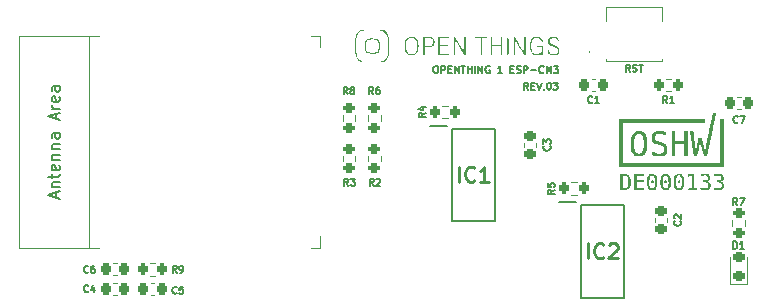
<source format=gbr>
%TF.GenerationSoftware,KiCad,Pcbnew,7.0.8*%
%TF.CreationDate,2024-03-21T14:52:22+01:00*%
%TF.ProjectId,so-dimm-esp32-cm,736f2d64-696d-46d2-9d65-737033322d63,REV.03*%
%TF.SameCoordinates,Original*%
%TF.FileFunction,Legend,Top*%
%TF.FilePolarity,Positive*%
%FSLAX46Y46*%
G04 Gerber Fmt 4.6, Leading zero omitted, Abs format (unit mm)*
G04 Created by KiCad (PCBNEW 7.0.8) date 2024-03-21 14:52:22*
%MOMM*%
%LPD*%
G01*
G04 APERTURE LIST*
G04 Aperture macros list*
%AMRoundRect*
0 Rectangle with rounded corners*
0 $1 Rounding radius*
0 $2 $3 $4 $5 $6 $7 $8 $9 X,Y pos of 4 corners*
0 Add a 4 corners polygon primitive as box body*
4,1,4,$2,$3,$4,$5,$6,$7,$8,$9,$2,$3,0*
0 Add four circle primitives for the rounded corners*
1,1,$1+$1,$2,$3*
1,1,$1+$1,$4,$5*
1,1,$1+$1,$6,$7*
1,1,$1+$1,$8,$9*
0 Add four rect primitives between the rounded corners*
20,1,$1+$1,$2,$3,$4,$5,0*
20,1,$1+$1,$4,$5,$6,$7,0*
20,1,$1+$1,$6,$7,$8,$9,0*
20,1,$1+$1,$8,$9,$2,$3,0*%
G04 Aperture macros list end*
%ADD10C,0.150000*%
%ADD11C,0.254000*%
%ADD12C,0.120000*%
%ADD13C,0.100000*%
%ADD14C,0.200000*%
%ADD15RoundRect,0.225000X-0.225000X-0.250000X0.225000X-0.250000X0.225000X0.250000X-0.225000X0.250000X0*%
%ADD16RoundRect,0.200000X-0.200000X-0.275000X0.200000X-0.275000X0.200000X0.275000X-0.200000X0.275000X0*%
%ADD17RoundRect,0.218750X0.256250X-0.218750X0.256250X0.218750X-0.256250X0.218750X-0.256250X-0.218750X0*%
%ADD18RoundRect,0.200000X0.275000X-0.200000X0.275000X0.200000X-0.275000X0.200000X-0.275000X-0.200000X0*%
%ADD19R,1.550000X1.000000*%
%ADD20C,1.800000*%
%ADD21R,0.450000X2.300000*%
%ADD22RoundRect,0.225000X0.225000X0.250000X-0.225000X0.250000X-0.225000X-0.250000X0.225000X-0.250000X0*%
%ADD23R,1.475000X0.450000*%
%ADD24RoundRect,0.200000X0.200000X0.275000X-0.200000X0.275000X-0.200000X-0.275000X0.200000X-0.275000X0*%
%ADD25RoundRect,0.225000X-0.250000X0.225000X-0.250000X-0.225000X0.250000X-0.225000X0.250000X0.225000X0*%
%ADD26C,0.800000*%
%ADD27C,5.400000*%
%ADD28R,0.900000X1.500000*%
%ADD29R,1.500000X0.900000*%
%ADD30R,0.900000X0.900000*%
G04 APERTURE END LIST*
D10*
X154242143Y-80822771D02*
X154356429Y-80822771D01*
X154356429Y-80822771D02*
X154413572Y-80851342D01*
X154413572Y-80851342D02*
X154470715Y-80908485D01*
X154470715Y-80908485D02*
X154499286Y-81022771D01*
X154499286Y-81022771D02*
X154499286Y-81222771D01*
X154499286Y-81222771D02*
X154470715Y-81337057D01*
X154470715Y-81337057D02*
X154413572Y-81394200D01*
X154413572Y-81394200D02*
X154356429Y-81422771D01*
X154356429Y-81422771D02*
X154242143Y-81422771D01*
X154242143Y-81422771D02*
X154185001Y-81394200D01*
X154185001Y-81394200D02*
X154127858Y-81337057D01*
X154127858Y-81337057D02*
X154099286Y-81222771D01*
X154099286Y-81222771D02*
X154099286Y-81022771D01*
X154099286Y-81022771D02*
X154127858Y-80908485D01*
X154127858Y-80908485D02*
X154185001Y-80851342D01*
X154185001Y-80851342D02*
X154242143Y-80822771D01*
X154756429Y-81422771D02*
X154756429Y-80822771D01*
X154756429Y-80822771D02*
X154985000Y-80822771D01*
X154985000Y-80822771D02*
X155042143Y-80851342D01*
X155042143Y-80851342D02*
X155070714Y-80879914D01*
X155070714Y-80879914D02*
X155099286Y-80937057D01*
X155099286Y-80937057D02*
X155099286Y-81022771D01*
X155099286Y-81022771D02*
X155070714Y-81079914D01*
X155070714Y-81079914D02*
X155042143Y-81108485D01*
X155042143Y-81108485D02*
X154985000Y-81137057D01*
X154985000Y-81137057D02*
X154756429Y-81137057D01*
X155356429Y-81108485D02*
X155556429Y-81108485D01*
X155642143Y-81422771D02*
X155356429Y-81422771D01*
X155356429Y-81422771D02*
X155356429Y-80822771D01*
X155356429Y-80822771D02*
X155642143Y-80822771D01*
X155899286Y-81422771D02*
X155899286Y-80822771D01*
X155899286Y-80822771D02*
X156242143Y-81422771D01*
X156242143Y-81422771D02*
X156242143Y-80822771D01*
X156442142Y-80822771D02*
X156785000Y-80822771D01*
X156613571Y-81422771D02*
X156613571Y-80822771D01*
X156985000Y-81422771D02*
X156985000Y-80822771D01*
X156985000Y-81108485D02*
X157327857Y-81108485D01*
X157327857Y-81422771D02*
X157327857Y-80822771D01*
X157613571Y-81422771D02*
X157613571Y-80822771D01*
X157899285Y-81422771D02*
X157899285Y-80822771D01*
X157899285Y-80822771D02*
X158242142Y-81422771D01*
X158242142Y-81422771D02*
X158242142Y-80822771D01*
X158842141Y-80851342D02*
X158784999Y-80822771D01*
X158784999Y-80822771D02*
X158699284Y-80822771D01*
X158699284Y-80822771D02*
X158613570Y-80851342D01*
X158613570Y-80851342D02*
X158556427Y-80908485D01*
X158556427Y-80908485D02*
X158527856Y-80965628D01*
X158527856Y-80965628D02*
X158499284Y-81079914D01*
X158499284Y-81079914D02*
X158499284Y-81165628D01*
X158499284Y-81165628D02*
X158527856Y-81279914D01*
X158527856Y-81279914D02*
X158556427Y-81337057D01*
X158556427Y-81337057D02*
X158613570Y-81394200D01*
X158613570Y-81394200D02*
X158699284Y-81422771D01*
X158699284Y-81422771D02*
X158756427Y-81422771D01*
X158756427Y-81422771D02*
X158842141Y-81394200D01*
X158842141Y-81394200D02*
X158870713Y-81365628D01*
X158870713Y-81365628D02*
X158870713Y-81165628D01*
X158870713Y-81165628D02*
X158756427Y-81165628D01*
X159899284Y-81422771D02*
X159556427Y-81422771D01*
X159727856Y-81422771D02*
X159727856Y-80822771D01*
X159727856Y-80822771D02*
X159670713Y-80908485D01*
X159670713Y-80908485D02*
X159613570Y-80965628D01*
X159613570Y-80965628D02*
X159556427Y-80994200D01*
X160613571Y-81108485D02*
X160813571Y-81108485D01*
X160899285Y-81422771D02*
X160613571Y-81422771D01*
X160613571Y-81422771D02*
X160613571Y-80822771D01*
X160613571Y-80822771D02*
X160899285Y-80822771D01*
X161127856Y-81394200D02*
X161213571Y-81422771D01*
X161213571Y-81422771D02*
X161356428Y-81422771D01*
X161356428Y-81422771D02*
X161413571Y-81394200D01*
X161413571Y-81394200D02*
X161442142Y-81365628D01*
X161442142Y-81365628D02*
X161470713Y-81308485D01*
X161470713Y-81308485D02*
X161470713Y-81251342D01*
X161470713Y-81251342D02*
X161442142Y-81194200D01*
X161442142Y-81194200D02*
X161413571Y-81165628D01*
X161413571Y-81165628D02*
X161356428Y-81137057D01*
X161356428Y-81137057D02*
X161242142Y-81108485D01*
X161242142Y-81108485D02*
X161184999Y-81079914D01*
X161184999Y-81079914D02*
X161156428Y-81051342D01*
X161156428Y-81051342D02*
X161127856Y-80994200D01*
X161127856Y-80994200D02*
X161127856Y-80937057D01*
X161127856Y-80937057D02*
X161156428Y-80879914D01*
X161156428Y-80879914D02*
X161184999Y-80851342D01*
X161184999Y-80851342D02*
X161242142Y-80822771D01*
X161242142Y-80822771D02*
X161384999Y-80822771D01*
X161384999Y-80822771D02*
X161470713Y-80851342D01*
X161727857Y-81422771D02*
X161727857Y-80822771D01*
X161727857Y-80822771D02*
X161956428Y-80822771D01*
X161956428Y-80822771D02*
X162013571Y-80851342D01*
X162013571Y-80851342D02*
X162042142Y-80879914D01*
X162042142Y-80879914D02*
X162070714Y-80937057D01*
X162070714Y-80937057D02*
X162070714Y-81022771D01*
X162070714Y-81022771D02*
X162042142Y-81079914D01*
X162042142Y-81079914D02*
X162013571Y-81108485D01*
X162013571Y-81108485D02*
X161956428Y-81137057D01*
X161956428Y-81137057D02*
X161727857Y-81137057D01*
X162327857Y-81194200D02*
X162785000Y-81194200D01*
X163413571Y-81365628D02*
X163384999Y-81394200D01*
X163384999Y-81394200D02*
X163299285Y-81422771D01*
X163299285Y-81422771D02*
X163242142Y-81422771D01*
X163242142Y-81422771D02*
X163156428Y-81394200D01*
X163156428Y-81394200D02*
X163099285Y-81337057D01*
X163099285Y-81337057D02*
X163070714Y-81279914D01*
X163070714Y-81279914D02*
X163042142Y-81165628D01*
X163042142Y-81165628D02*
X163042142Y-81079914D01*
X163042142Y-81079914D02*
X163070714Y-80965628D01*
X163070714Y-80965628D02*
X163099285Y-80908485D01*
X163099285Y-80908485D02*
X163156428Y-80851342D01*
X163156428Y-80851342D02*
X163242142Y-80822771D01*
X163242142Y-80822771D02*
X163299285Y-80822771D01*
X163299285Y-80822771D02*
X163384999Y-80851342D01*
X163384999Y-80851342D02*
X163413571Y-80879914D01*
X163670714Y-81422771D02*
X163670714Y-80822771D01*
X163670714Y-80822771D02*
X163870714Y-81251342D01*
X163870714Y-81251342D02*
X164070714Y-80822771D01*
X164070714Y-80822771D02*
X164070714Y-81422771D01*
X164299285Y-80822771D02*
X164670713Y-80822771D01*
X164670713Y-80822771D02*
X164470713Y-81051342D01*
X164470713Y-81051342D02*
X164556428Y-81051342D01*
X164556428Y-81051342D02*
X164613571Y-81079914D01*
X164613571Y-81079914D02*
X164642142Y-81108485D01*
X164642142Y-81108485D02*
X164670713Y-81165628D01*
X164670713Y-81165628D02*
X164670713Y-81308485D01*
X164670713Y-81308485D02*
X164642142Y-81365628D01*
X164642142Y-81365628D02*
X164613571Y-81394200D01*
X164613571Y-81394200D02*
X164556428Y-81422771D01*
X164556428Y-81422771D02*
X164384999Y-81422771D01*
X164384999Y-81422771D02*
X164327856Y-81394200D01*
X164327856Y-81394200D02*
X164299285Y-81365628D01*
X162137857Y-82819771D02*
X161937857Y-82534057D01*
X161795000Y-82819771D02*
X161795000Y-82219771D01*
X161795000Y-82219771D02*
X162023571Y-82219771D01*
X162023571Y-82219771D02*
X162080714Y-82248342D01*
X162080714Y-82248342D02*
X162109285Y-82276914D01*
X162109285Y-82276914D02*
X162137857Y-82334057D01*
X162137857Y-82334057D02*
X162137857Y-82419771D01*
X162137857Y-82419771D02*
X162109285Y-82476914D01*
X162109285Y-82476914D02*
X162080714Y-82505485D01*
X162080714Y-82505485D02*
X162023571Y-82534057D01*
X162023571Y-82534057D02*
X161795000Y-82534057D01*
X162395000Y-82505485D02*
X162595000Y-82505485D01*
X162680714Y-82819771D02*
X162395000Y-82819771D01*
X162395000Y-82819771D02*
X162395000Y-82219771D01*
X162395000Y-82219771D02*
X162680714Y-82219771D01*
X162852142Y-82219771D02*
X163052142Y-82819771D01*
X163052142Y-82819771D02*
X163252142Y-82219771D01*
X163452143Y-82762628D02*
X163480714Y-82791200D01*
X163480714Y-82791200D02*
X163452143Y-82819771D01*
X163452143Y-82819771D02*
X163423571Y-82791200D01*
X163423571Y-82791200D02*
X163452143Y-82762628D01*
X163452143Y-82762628D02*
X163452143Y-82819771D01*
X163852142Y-82219771D02*
X163909285Y-82219771D01*
X163909285Y-82219771D02*
X163966428Y-82248342D01*
X163966428Y-82248342D02*
X163995000Y-82276914D01*
X163995000Y-82276914D02*
X164023571Y-82334057D01*
X164023571Y-82334057D02*
X164052142Y-82448342D01*
X164052142Y-82448342D02*
X164052142Y-82591200D01*
X164052142Y-82591200D02*
X164023571Y-82705485D01*
X164023571Y-82705485D02*
X163995000Y-82762628D01*
X163995000Y-82762628D02*
X163966428Y-82791200D01*
X163966428Y-82791200D02*
X163909285Y-82819771D01*
X163909285Y-82819771D02*
X163852142Y-82819771D01*
X163852142Y-82819771D02*
X163795000Y-82791200D01*
X163795000Y-82791200D02*
X163766428Y-82762628D01*
X163766428Y-82762628D02*
X163737857Y-82705485D01*
X163737857Y-82705485D02*
X163709285Y-82591200D01*
X163709285Y-82591200D02*
X163709285Y-82448342D01*
X163709285Y-82448342D02*
X163737857Y-82334057D01*
X163737857Y-82334057D02*
X163766428Y-82276914D01*
X163766428Y-82276914D02*
X163795000Y-82248342D01*
X163795000Y-82248342D02*
X163852142Y-82219771D01*
X164252143Y-82219771D02*
X164623571Y-82219771D01*
X164623571Y-82219771D02*
X164423571Y-82448342D01*
X164423571Y-82448342D02*
X164509286Y-82448342D01*
X164509286Y-82448342D02*
X164566429Y-82476914D01*
X164566429Y-82476914D02*
X164595000Y-82505485D01*
X164595000Y-82505485D02*
X164623571Y-82562628D01*
X164623571Y-82562628D02*
X164623571Y-82705485D01*
X164623571Y-82705485D02*
X164595000Y-82762628D01*
X164595000Y-82762628D02*
X164566429Y-82791200D01*
X164566429Y-82791200D02*
X164509286Y-82819771D01*
X164509286Y-82819771D02*
X164337857Y-82819771D01*
X164337857Y-82819771D02*
X164280714Y-82791200D01*
X164280714Y-82791200D02*
X164252143Y-82762628D01*
X170740428Y-81295771D02*
X170540428Y-81010057D01*
X170397571Y-81295771D02*
X170397571Y-80695771D01*
X170397571Y-80695771D02*
X170626142Y-80695771D01*
X170626142Y-80695771D02*
X170683285Y-80724342D01*
X170683285Y-80724342D02*
X170711856Y-80752914D01*
X170711856Y-80752914D02*
X170740428Y-80810057D01*
X170740428Y-80810057D02*
X170740428Y-80895771D01*
X170740428Y-80895771D02*
X170711856Y-80952914D01*
X170711856Y-80952914D02*
X170683285Y-80981485D01*
X170683285Y-80981485D02*
X170626142Y-81010057D01*
X170626142Y-81010057D02*
X170397571Y-81010057D01*
X170968999Y-81267200D02*
X171054714Y-81295771D01*
X171054714Y-81295771D02*
X171197571Y-81295771D01*
X171197571Y-81295771D02*
X171254714Y-81267200D01*
X171254714Y-81267200D02*
X171283285Y-81238628D01*
X171283285Y-81238628D02*
X171311856Y-81181485D01*
X171311856Y-81181485D02*
X171311856Y-81124342D01*
X171311856Y-81124342D02*
X171283285Y-81067200D01*
X171283285Y-81067200D02*
X171254714Y-81038628D01*
X171254714Y-81038628D02*
X171197571Y-81010057D01*
X171197571Y-81010057D02*
X171083285Y-80981485D01*
X171083285Y-80981485D02*
X171026142Y-80952914D01*
X171026142Y-80952914D02*
X170997571Y-80924342D01*
X170997571Y-80924342D02*
X170968999Y-80867200D01*
X170968999Y-80867200D02*
X170968999Y-80810057D01*
X170968999Y-80810057D02*
X170997571Y-80752914D01*
X170997571Y-80752914D02*
X171026142Y-80724342D01*
X171026142Y-80724342D02*
X171083285Y-80695771D01*
X171083285Y-80695771D02*
X171226142Y-80695771D01*
X171226142Y-80695771D02*
X171311856Y-80724342D01*
X171483285Y-80695771D02*
X171826143Y-80695771D01*
X171654714Y-81295771D02*
X171654714Y-80695771D01*
X132361000Y-100034628D02*
X132332428Y-100063200D01*
X132332428Y-100063200D02*
X132246714Y-100091771D01*
X132246714Y-100091771D02*
X132189571Y-100091771D01*
X132189571Y-100091771D02*
X132103857Y-100063200D01*
X132103857Y-100063200D02*
X132046714Y-100006057D01*
X132046714Y-100006057D02*
X132018143Y-99948914D01*
X132018143Y-99948914D02*
X131989571Y-99834628D01*
X131989571Y-99834628D02*
X131989571Y-99748914D01*
X131989571Y-99748914D02*
X132018143Y-99634628D01*
X132018143Y-99634628D02*
X132046714Y-99577485D01*
X132046714Y-99577485D02*
X132103857Y-99520342D01*
X132103857Y-99520342D02*
X132189571Y-99491771D01*
X132189571Y-99491771D02*
X132246714Y-99491771D01*
X132246714Y-99491771D02*
X132332428Y-99520342D01*
X132332428Y-99520342D02*
X132361000Y-99548914D01*
X132903857Y-99491771D02*
X132618143Y-99491771D01*
X132618143Y-99491771D02*
X132589571Y-99777485D01*
X132589571Y-99777485D02*
X132618143Y-99748914D01*
X132618143Y-99748914D02*
X132675286Y-99720342D01*
X132675286Y-99720342D02*
X132818143Y-99720342D01*
X132818143Y-99720342D02*
X132875286Y-99748914D01*
X132875286Y-99748914D02*
X132903857Y-99777485D01*
X132903857Y-99777485D02*
X132932428Y-99834628D01*
X132932428Y-99834628D02*
X132932428Y-99977485D01*
X132932428Y-99977485D02*
X132903857Y-100034628D01*
X132903857Y-100034628D02*
X132875286Y-100063200D01*
X132875286Y-100063200D02*
X132818143Y-100091771D01*
X132818143Y-100091771D02*
X132675286Y-100091771D01*
X132675286Y-100091771D02*
X132618143Y-100063200D01*
X132618143Y-100063200D02*
X132589571Y-100034628D01*
X153431771Y-84808999D02*
X153146057Y-85008999D01*
X153431771Y-85151856D02*
X152831771Y-85151856D01*
X152831771Y-85151856D02*
X152831771Y-84923285D01*
X152831771Y-84923285D02*
X152860342Y-84866142D01*
X152860342Y-84866142D02*
X152888914Y-84837571D01*
X152888914Y-84837571D02*
X152946057Y-84808999D01*
X152946057Y-84808999D02*
X153031771Y-84808999D01*
X153031771Y-84808999D02*
X153088914Y-84837571D01*
X153088914Y-84837571D02*
X153117485Y-84866142D01*
X153117485Y-84866142D02*
X153146057Y-84923285D01*
X153146057Y-84923285D02*
X153146057Y-85151856D01*
X153031771Y-84294714D02*
X153431771Y-84294714D01*
X152803200Y-84437571D02*
X153231771Y-84580428D01*
X153231771Y-84580428D02*
X153231771Y-84208999D01*
X179490743Y-96275721D02*
X179490743Y-95675721D01*
X179490743Y-95675721D02*
X179633600Y-95675721D01*
X179633600Y-95675721D02*
X179719314Y-95704292D01*
X179719314Y-95704292D02*
X179776457Y-95761435D01*
X179776457Y-95761435D02*
X179805028Y-95818578D01*
X179805028Y-95818578D02*
X179833600Y-95932864D01*
X179833600Y-95932864D02*
X179833600Y-96018578D01*
X179833600Y-96018578D02*
X179805028Y-96132864D01*
X179805028Y-96132864D02*
X179776457Y-96190007D01*
X179776457Y-96190007D02*
X179719314Y-96247150D01*
X179719314Y-96247150D02*
X179633600Y-96275721D01*
X179633600Y-96275721D02*
X179490743Y-96275721D01*
X180405028Y-96275721D02*
X180062171Y-96275721D01*
X180233600Y-96275721D02*
X180233600Y-95675721D01*
X180233600Y-95675721D02*
X180176457Y-95761435D01*
X180176457Y-95761435D02*
X180119314Y-95818578D01*
X180119314Y-95818578D02*
X180062171Y-95847150D01*
X146839000Y-83200771D02*
X146639000Y-82915057D01*
X146496143Y-83200771D02*
X146496143Y-82600771D01*
X146496143Y-82600771D02*
X146724714Y-82600771D01*
X146724714Y-82600771D02*
X146781857Y-82629342D01*
X146781857Y-82629342D02*
X146810428Y-82657914D01*
X146810428Y-82657914D02*
X146839000Y-82715057D01*
X146839000Y-82715057D02*
X146839000Y-82800771D01*
X146839000Y-82800771D02*
X146810428Y-82857914D01*
X146810428Y-82857914D02*
X146781857Y-82886485D01*
X146781857Y-82886485D02*
X146724714Y-82915057D01*
X146724714Y-82915057D02*
X146496143Y-82915057D01*
X147181857Y-82857914D02*
X147124714Y-82829342D01*
X147124714Y-82829342D02*
X147096143Y-82800771D01*
X147096143Y-82800771D02*
X147067571Y-82743628D01*
X147067571Y-82743628D02*
X147067571Y-82715057D01*
X147067571Y-82715057D02*
X147096143Y-82657914D01*
X147096143Y-82657914D02*
X147124714Y-82629342D01*
X147124714Y-82629342D02*
X147181857Y-82600771D01*
X147181857Y-82600771D02*
X147296143Y-82600771D01*
X147296143Y-82600771D02*
X147353286Y-82629342D01*
X147353286Y-82629342D02*
X147381857Y-82657914D01*
X147381857Y-82657914D02*
X147410428Y-82715057D01*
X147410428Y-82715057D02*
X147410428Y-82743628D01*
X147410428Y-82743628D02*
X147381857Y-82800771D01*
X147381857Y-82800771D02*
X147353286Y-82829342D01*
X147353286Y-82829342D02*
X147296143Y-82857914D01*
X147296143Y-82857914D02*
X147181857Y-82857914D01*
X147181857Y-82857914D02*
X147124714Y-82886485D01*
X147124714Y-82886485D02*
X147096143Y-82915057D01*
X147096143Y-82915057D02*
X147067571Y-82972200D01*
X147067571Y-82972200D02*
X147067571Y-83086485D01*
X147067571Y-83086485D02*
X147096143Y-83143628D01*
X147096143Y-83143628D02*
X147124714Y-83172200D01*
X147124714Y-83172200D02*
X147181857Y-83200771D01*
X147181857Y-83200771D02*
X147296143Y-83200771D01*
X147296143Y-83200771D02*
X147353286Y-83172200D01*
X147353286Y-83172200D02*
X147381857Y-83143628D01*
X147381857Y-83143628D02*
X147410428Y-83086485D01*
X147410428Y-83086485D02*
X147410428Y-82972200D01*
X147410428Y-82972200D02*
X147381857Y-82915057D01*
X147381857Y-82915057D02*
X147353286Y-82886485D01*
X147353286Y-82886485D02*
X147296143Y-82857914D01*
X148998000Y-83200771D02*
X148798000Y-82915057D01*
X148655143Y-83200771D02*
X148655143Y-82600771D01*
X148655143Y-82600771D02*
X148883714Y-82600771D01*
X148883714Y-82600771D02*
X148940857Y-82629342D01*
X148940857Y-82629342D02*
X148969428Y-82657914D01*
X148969428Y-82657914D02*
X148998000Y-82715057D01*
X148998000Y-82715057D02*
X148998000Y-82800771D01*
X148998000Y-82800771D02*
X148969428Y-82857914D01*
X148969428Y-82857914D02*
X148940857Y-82886485D01*
X148940857Y-82886485D02*
X148883714Y-82915057D01*
X148883714Y-82915057D02*
X148655143Y-82915057D01*
X149512286Y-82600771D02*
X149398000Y-82600771D01*
X149398000Y-82600771D02*
X149340857Y-82629342D01*
X149340857Y-82629342D02*
X149312286Y-82657914D01*
X149312286Y-82657914D02*
X149255143Y-82743628D01*
X149255143Y-82743628D02*
X149226571Y-82857914D01*
X149226571Y-82857914D02*
X149226571Y-83086485D01*
X149226571Y-83086485D02*
X149255143Y-83143628D01*
X149255143Y-83143628D02*
X149283714Y-83172200D01*
X149283714Y-83172200D02*
X149340857Y-83200771D01*
X149340857Y-83200771D02*
X149455143Y-83200771D01*
X149455143Y-83200771D02*
X149512286Y-83172200D01*
X149512286Y-83172200D02*
X149540857Y-83143628D01*
X149540857Y-83143628D02*
X149569428Y-83086485D01*
X149569428Y-83086485D02*
X149569428Y-82943628D01*
X149569428Y-82943628D02*
X149540857Y-82886485D01*
X149540857Y-82886485D02*
X149512286Y-82857914D01*
X149512286Y-82857914D02*
X149455143Y-82829342D01*
X149455143Y-82829342D02*
X149340857Y-82829342D01*
X149340857Y-82829342D02*
X149283714Y-82857914D01*
X149283714Y-82857914D02*
X149255143Y-82886485D01*
X149255143Y-82886485D02*
X149226571Y-82943628D01*
X179833600Y-92592721D02*
X179633600Y-92307007D01*
X179490743Y-92592721D02*
X179490743Y-91992721D01*
X179490743Y-91992721D02*
X179719314Y-91992721D01*
X179719314Y-91992721D02*
X179776457Y-92021292D01*
X179776457Y-92021292D02*
X179805028Y-92049864D01*
X179805028Y-92049864D02*
X179833600Y-92107007D01*
X179833600Y-92107007D02*
X179833600Y-92192721D01*
X179833600Y-92192721D02*
X179805028Y-92249864D01*
X179805028Y-92249864D02*
X179776457Y-92278435D01*
X179776457Y-92278435D02*
X179719314Y-92307007D01*
X179719314Y-92307007D02*
X179490743Y-92307007D01*
X180033600Y-91992721D02*
X180433600Y-91992721D01*
X180433600Y-91992721D02*
X180176457Y-92592721D01*
X179859000Y-85589628D02*
X179830428Y-85618200D01*
X179830428Y-85618200D02*
X179744714Y-85646771D01*
X179744714Y-85646771D02*
X179687571Y-85646771D01*
X179687571Y-85646771D02*
X179601857Y-85618200D01*
X179601857Y-85618200D02*
X179544714Y-85561057D01*
X179544714Y-85561057D02*
X179516143Y-85503914D01*
X179516143Y-85503914D02*
X179487571Y-85389628D01*
X179487571Y-85389628D02*
X179487571Y-85303914D01*
X179487571Y-85303914D02*
X179516143Y-85189628D01*
X179516143Y-85189628D02*
X179544714Y-85132485D01*
X179544714Y-85132485D02*
X179601857Y-85075342D01*
X179601857Y-85075342D02*
X179687571Y-85046771D01*
X179687571Y-85046771D02*
X179744714Y-85046771D01*
X179744714Y-85046771D02*
X179830428Y-85075342D01*
X179830428Y-85075342D02*
X179859000Y-85103914D01*
X180059000Y-85046771D02*
X180459000Y-85046771D01*
X180459000Y-85046771D02*
X180201857Y-85646771D01*
D11*
X156240237Y-90617318D02*
X156240237Y-89347318D01*
X157570714Y-90496365D02*
X157510238Y-90556842D01*
X157510238Y-90556842D02*
X157328809Y-90617318D01*
X157328809Y-90617318D02*
X157207857Y-90617318D01*
X157207857Y-90617318D02*
X157026428Y-90556842D01*
X157026428Y-90556842D02*
X156905476Y-90435889D01*
X156905476Y-90435889D02*
X156844999Y-90314937D01*
X156844999Y-90314937D02*
X156784523Y-90073032D01*
X156784523Y-90073032D02*
X156784523Y-89891603D01*
X156784523Y-89891603D02*
X156844999Y-89649699D01*
X156844999Y-89649699D02*
X156905476Y-89528746D01*
X156905476Y-89528746D02*
X157026428Y-89407794D01*
X157026428Y-89407794D02*
X157207857Y-89347318D01*
X157207857Y-89347318D02*
X157328809Y-89347318D01*
X157328809Y-89347318D02*
X157510238Y-89407794D01*
X157510238Y-89407794D02*
X157570714Y-89468270D01*
X158780238Y-90617318D02*
X158054523Y-90617318D01*
X158417380Y-90617318D02*
X158417380Y-89347318D01*
X158417380Y-89347318D02*
X158296428Y-89528746D01*
X158296428Y-89528746D02*
X158175476Y-89649699D01*
X158175476Y-89649699D02*
X158054523Y-89710175D01*
D10*
X173890000Y-83962771D02*
X173690000Y-83677057D01*
X173547143Y-83962771D02*
X173547143Y-83362771D01*
X173547143Y-83362771D02*
X173775714Y-83362771D01*
X173775714Y-83362771D02*
X173832857Y-83391342D01*
X173832857Y-83391342D02*
X173861428Y-83419914D01*
X173861428Y-83419914D02*
X173890000Y-83477057D01*
X173890000Y-83477057D02*
X173890000Y-83562771D01*
X173890000Y-83562771D02*
X173861428Y-83619914D01*
X173861428Y-83619914D02*
X173832857Y-83648485D01*
X173832857Y-83648485D02*
X173775714Y-83677057D01*
X173775714Y-83677057D02*
X173547143Y-83677057D01*
X174461428Y-83962771D02*
X174118571Y-83962771D01*
X174290000Y-83962771D02*
X174290000Y-83362771D01*
X174290000Y-83362771D02*
X174232857Y-83448485D01*
X174232857Y-83448485D02*
X174175714Y-83505628D01*
X174175714Y-83505628D02*
X174118571Y-83534200D01*
X149031000Y-90947771D02*
X148831000Y-90662057D01*
X148688143Y-90947771D02*
X148688143Y-90347771D01*
X148688143Y-90347771D02*
X148916714Y-90347771D01*
X148916714Y-90347771D02*
X148973857Y-90376342D01*
X148973857Y-90376342D02*
X149002428Y-90404914D01*
X149002428Y-90404914D02*
X149031000Y-90462057D01*
X149031000Y-90462057D02*
X149031000Y-90547771D01*
X149031000Y-90547771D02*
X149002428Y-90604914D01*
X149002428Y-90604914D02*
X148973857Y-90633485D01*
X148973857Y-90633485D02*
X148916714Y-90662057D01*
X148916714Y-90662057D02*
X148688143Y-90662057D01*
X149259571Y-90404914D02*
X149288143Y-90376342D01*
X149288143Y-90376342D02*
X149345286Y-90347771D01*
X149345286Y-90347771D02*
X149488143Y-90347771D01*
X149488143Y-90347771D02*
X149545286Y-90376342D01*
X149545286Y-90376342D02*
X149573857Y-90404914D01*
X149573857Y-90404914D02*
X149602428Y-90462057D01*
X149602428Y-90462057D02*
X149602428Y-90519200D01*
X149602428Y-90519200D02*
X149573857Y-90604914D01*
X149573857Y-90604914D02*
X149231000Y-90947771D01*
X149231000Y-90947771D02*
X149602428Y-90947771D01*
D11*
X167162237Y-97094318D02*
X167162237Y-95824318D01*
X168492714Y-96973365D02*
X168432238Y-97033842D01*
X168432238Y-97033842D02*
X168250809Y-97094318D01*
X168250809Y-97094318D02*
X168129857Y-97094318D01*
X168129857Y-97094318D02*
X167948428Y-97033842D01*
X167948428Y-97033842D02*
X167827476Y-96912889D01*
X167827476Y-96912889D02*
X167766999Y-96791937D01*
X167766999Y-96791937D02*
X167706523Y-96550032D01*
X167706523Y-96550032D02*
X167706523Y-96368603D01*
X167706523Y-96368603D02*
X167766999Y-96126699D01*
X167766999Y-96126699D02*
X167827476Y-96005746D01*
X167827476Y-96005746D02*
X167948428Y-95884794D01*
X167948428Y-95884794D02*
X168129857Y-95824318D01*
X168129857Y-95824318D02*
X168250809Y-95824318D01*
X168250809Y-95824318D02*
X168432238Y-95884794D01*
X168432238Y-95884794D02*
X168492714Y-95945270D01*
X168976523Y-95945270D02*
X169036999Y-95884794D01*
X169036999Y-95884794D02*
X169157952Y-95824318D01*
X169157952Y-95824318D02*
X169460333Y-95824318D01*
X169460333Y-95824318D02*
X169581285Y-95884794D01*
X169581285Y-95884794D02*
X169641761Y-95945270D01*
X169641761Y-95945270D02*
X169702238Y-96066222D01*
X169702238Y-96066222D02*
X169702238Y-96187175D01*
X169702238Y-96187175D02*
X169641761Y-96368603D01*
X169641761Y-96368603D02*
X168916047Y-97094318D01*
X168916047Y-97094318D02*
X169702238Y-97094318D01*
D10*
X164353771Y-91285999D02*
X164068057Y-91485999D01*
X164353771Y-91628856D02*
X163753771Y-91628856D01*
X163753771Y-91628856D02*
X163753771Y-91400285D01*
X163753771Y-91400285D02*
X163782342Y-91343142D01*
X163782342Y-91343142D02*
X163810914Y-91314571D01*
X163810914Y-91314571D02*
X163868057Y-91285999D01*
X163868057Y-91285999D02*
X163953771Y-91285999D01*
X163953771Y-91285999D02*
X164010914Y-91314571D01*
X164010914Y-91314571D02*
X164039485Y-91343142D01*
X164039485Y-91343142D02*
X164068057Y-91400285D01*
X164068057Y-91400285D02*
X164068057Y-91628856D01*
X163753771Y-90743142D02*
X163753771Y-91028856D01*
X163753771Y-91028856D02*
X164039485Y-91057428D01*
X164039485Y-91057428D02*
X164010914Y-91028856D01*
X164010914Y-91028856D02*
X163982342Y-90971714D01*
X163982342Y-90971714D02*
X163982342Y-90828856D01*
X163982342Y-90828856D02*
X164010914Y-90771714D01*
X164010914Y-90771714D02*
X164039485Y-90743142D01*
X164039485Y-90743142D02*
X164096628Y-90714571D01*
X164096628Y-90714571D02*
X164239485Y-90714571D01*
X164239485Y-90714571D02*
X164296628Y-90743142D01*
X164296628Y-90743142D02*
X164325200Y-90771714D01*
X164325200Y-90771714D02*
X164353771Y-90828856D01*
X164353771Y-90828856D02*
X164353771Y-90971714D01*
X164353771Y-90971714D02*
X164325200Y-91028856D01*
X164325200Y-91028856D02*
X164296628Y-91057428D01*
X124868000Y-98256628D02*
X124839428Y-98285200D01*
X124839428Y-98285200D02*
X124753714Y-98313771D01*
X124753714Y-98313771D02*
X124696571Y-98313771D01*
X124696571Y-98313771D02*
X124610857Y-98285200D01*
X124610857Y-98285200D02*
X124553714Y-98228057D01*
X124553714Y-98228057D02*
X124525143Y-98170914D01*
X124525143Y-98170914D02*
X124496571Y-98056628D01*
X124496571Y-98056628D02*
X124496571Y-97970914D01*
X124496571Y-97970914D02*
X124525143Y-97856628D01*
X124525143Y-97856628D02*
X124553714Y-97799485D01*
X124553714Y-97799485D02*
X124610857Y-97742342D01*
X124610857Y-97742342D02*
X124696571Y-97713771D01*
X124696571Y-97713771D02*
X124753714Y-97713771D01*
X124753714Y-97713771D02*
X124839428Y-97742342D01*
X124839428Y-97742342D02*
X124868000Y-97770914D01*
X125382286Y-97713771D02*
X125268000Y-97713771D01*
X125268000Y-97713771D02*
X125210857Y-97742342D01*
X125210857Y-97742342D02*
X125182286Y-97770914D01*
X125182286Y-97770914D02*
X125125143Y-97856628D01*
X125125143Y-97856628D02*
X125096571Y-97970914D01*
X125096571Y-97970914D02*
X125096571Y-98199485D01*
X125096571Y-98199485D02*
X125125143Y-98256628D01*
X125125143Y-98256628D02*
X125153714Y-98285200D01*
X125153714Y-98285200D02*
X125210857Y-98313771D01*
X125210857Y-98313771D02*
X125325143Y-98313771D01*
X125325143Y-98313771D02*
X125382286Y-98285200D01*
X125382286Y-98285200D02*
X125410857Y-98256628D01*
X125410857Y-98256628D02*
X125439428Y-98199485D01*
X125439428Y-98199485D02*
X125439428Y-98056628D01*
X125439428Y-98056628D02*
X125410857Y-97999485D01*
X125410857Y-97999485D02*
X125382286Y-97970914D01*
X125382286Y-97970914D02*
X125325143Y-97942342D01*
X125325143Y-97942342D02*
X125210857Y-97942342D01*
X125210857Y-97942342D02*
X125153714Y-97970914D01*
X125153714Y-97970914D02*
X125125143Y-97999485D01*
X125125143Y-97999485D02*
X125096571Y-98056628D01*
X146872000Y-90947771D02*
X146672000Y-90662057D01*
X146529143Y-90947771D02*
X146529143Y-90347771D01*
X146529143Y-90347771D02*
X146757714Y-90347771D01*
X146757714Y-90347771D02*
X146814857Y-90376342D01*
X146814857Y-90376342D02*
X146843428Y-90404914D01*
X146843428Y-90404914D02*
X146872000Y-90462057D01*
X146872000Y-90462057D02*
X146872000Y-90547771D01*
X146872000Y-90547771D02*
X146843428Y-90604914D01*
X146843428Y-90604914D02*
X146814857Y-90633485D01*
X146814857Y-90633485D02*
X146757714Y-90662057D01*
X146757714Y-90662057D02*
X146529143Y-90662057D01*
X147072000Y-90347771D02*
X147443428Y-90347771D01*
X147443428Y-90347771D02*
X147243428Y-90576342D01*
X147243428Y-90576342D02*
X147329143Y-90576342D01*
X147329143Y-90576342D02*
X147386286Y-90604914D01*
X147386286Y-90604914D02*
X147414857Y-90633485D01*
X147414857Y-90633485D02*
X147443428Y-90690628D01*
X147443428Y-90690628D02*
X147443428Y-90833485D01*
X147443428Y-90833485D02*
X147414857Y-90890628D01*
X147414857Y-90890628D02*
X147386286Y-90919200D01*
X147386286Y-90919200D02*
X147329143Y-90947771D01*
X147329143Y-90947771D02*
X147157714Y-90947771D01*
X147157714Y-90947771D02*
X147100571Y-90919200D01*
X147100571Y-90919200D02*
X147072000Y-90890628D01*
X167540000Y-83905628D02*
X167511428Y-83934200D01*
X167511428Y-83934200D02*
X167425714Y-83962771D01*
X167425714Y-83962771D02*
X167368571Y-83962771D01*
X167368571Y-83962771D02*
X167282857Y-83934200D01*
X167282857Y-83934200D02*
X167225714Y-83877057D01*
X167225714Y-83877057D02*
X167197143Y-83819914D01*
X167197143Y-83819914D02*
X167168571Y-83705628D01*
X167168571Y-83705628D02*
X167168571Y-83619914D01*
X167168571Y-83619914D02*
X167197143Y-83505628D01*
X167197143Y-83505628D02*
X167225714Y-83448485D01*
X167225714Y-83448485D02*
X167282857Y-83391342D01*
X167282857Y-83391342D02*
X167368571Y-83362771D01*
X167368571Y-83362771D02*
X167425714Y-83362771D01*
X167425714Y-83362771D02*
X167511428Y-83391342D01*
X167511428Y-83391342D02*
X167540000Y-83419914D01*
X168111428Y-83962771D02*
X167768571Y-83962771D01*
X167940000Y-83962771D02*
X167940000Y-83362771D01*
X167940000Y-83362771D02*
X167882857Y-83448485D01*
X167882857Y-83448485D02*
X167825714Y-83505628D01*
X167825714Y-83505628D02*
X167768571Y-83534200D01*
X174997628Y-93952999D02*
X175026200Y-93981571D01*
X175026200Y-93981571D02*
X175054771Y-94067285D01*
X175054771Y-94067285D02*
X175054771Y-94124428D01*
X175054771Y-94124428D02*
X175026200Y-94210142D01*
X175026200Y-94210142D02*
X174969057Y-94267285D01*
X174969057Y-94267285D02*
X174911914Y-94295856D01*
X174911914Y-94295856D02*
X174797628Y-94324428D01*
X174797628Y-94324428D02*
X174711914Y-94324428D01*
X174711914Y-94324428D02*
X174597628Y-94295856D01*
X174597628Y-94295856D02*
X174540485Y-94267285D01*
X174540485Y-94267285D02*
X174483342Y-94210142D01*
X174483342Y-94210142D02*
X174454771Y-94124428D01*
X174454771Y-94124428D02*
X174454771Y-94067285D01*
X174454771Y-94067285D02*
X174483342Y-93981571D01*
X174483342Y-93981571D02*
X174511914Y-93952999D01*
X174511914Y-93724428D02*
X174483342Y-93695856D01*
X174483342Y-93695856D02*
X174454771Y-93638714D01*
X174454771Y-93638714D02*
X174454771Y-93495856D01*
X174454771Y-93495856D02*
X174483342Y-93438714D01*
X174483342Y-93438714D02*
X174511914Y-93410142D01*
X174511914Y-93410142D02*
X174569057Y-93381571D01*
X174569057Y-93381571D02*
X174626200Y-93381571D01*
X174626200Y-93381571D02*
X174711914Y-93410142D01*
X174711914Y-93410142D02*
X175054771Y-93752999D01*
X175054771Y-93752999D02*
X175054771Y-93381571D01*
X124868000Y-99907628D02*
X124839428Y-99936200D01*
X124839428Y-99936200D02*
X124753714Y-99964771D01*
X124753714Y-99964771D02*
X124696571Y-99964771D01*
X124696571Y-99964771D02*
X124610857Y-99936200D01*
X124610857Y-99936200D02*
X124553714Y-99879057D01*
X124553714Y-99879057D02*
X124525143Y-99821914D01*
X124525143Y-99821914D02*
X124496571Y-99707628D01*
X124496571Y-99707628D02*
X124496571Y-99621914D01*
X124496571Y-99621914D02*
X124525143Y-99507628D01*
X124525143Y-99507628D02*
X124553714Y-99450485D01*
X124553714Y-99450485D02*
X124610857Y-99393342D01*
X124610857Y-99393342D02*
X124696571Y-99364771D01*
X124696571Y-99364771D02*
X124753714Y-99364771D01*
X124753714Y-99364771D02*
X124839428Y-99393342D01*
X124839428Y-99393342D02*
X124868000Y-99421914D01*
X125382286Y-99564771D02*
X125382286Y-99964771D01*
X125239428Y-99336200D02*
X125096571Y-99764771D01*
X125096571Y-99764771D02*
X125468000Y-99764771D01*
X132361000Y-98313771D02*
X132161000Y-98028057D01*
X132018143Y-98313771D02*
X132018143Y-97713771D01*
X132018143Y-97713771D02*
X132246714Y-97713771D01*
X132246714Y-97713771D02*
X132303857Y-97742342D01*
X132303857Y-97742342D02*
X132332428Y-97770914D01*
X132332428Y-97770914D02*
X132361000Y-97828057D01*
X132361000Y-97828057D02*
X132361000Y-97913771D01*
X132361000Y-97913771D02*
X132332428Y-97970914D01*
X132332428Y-97970914D02*
X132303857Y-97999485D01*
X132303857Y-97999485D02*
X132246714Y-98028057D01*
X132246714Y-98028057D02*
X132018143Y-98028057D01*
X132646714Y-98313771D02*
X132761000Y-98313771D01*
X132761000Y-98313771D02*
X132818143Y-98285200D01*
X132818143Y-98285200D02*
X132846714Y-98256628D01*
X132846714Y-98256628D02*
X132903857Y-98170914D01*
X132903857Y-98170914D02*
X132932428Y-98056628D01*
X132932428Y-98056628D02*
X132932428Y-97828057D01*
X132932428Y-97828057D02*
X132903857Y-97770914D01*
X132903857Y-97770914D02*
X132875286Y-97742342D01*
X132875286Y-97742342D02*
X132818143Y-97713771D01*
X132818143Y-97713771D02*
X132703857Y-97713771D01*
X132703857Y-97713771D02*
X132646714Y-97742342D01*
X132646714Y-97742342D02*
X132618143Y-97770914D01*
X132618143Y-97770914D02*
X132589571Y-97828057D01*
X132589571Y-97828057D02*
X132589571Y-97970914D01*
X132589571Y-97970914D02*
X132618143Y-98028057D01*
X132618143Y-98028057D02*
X132646714Y-98056628D01*
X132646714Y-98056628D02*
X132703857Y-98085200D01*
X132703857Y-98085200D02*
X132818143Y-98085200D01*
X132818143Y-98085200D02*
X132875286Y-98056628D01*
X132875286Y-98056628D02*
X132903857Y-98028057D01*
X132903857Y-98028057D02*
X132932428Y-97970914D01*
X163948628Y-87602999D02*
X163977200Y-87631571D01*
X163977200Y-87631571D02*
X164005771Y-87717285D01*
X164005771Y-87717285D02*
X164005771Y-87774428D01*
X164005771Y-87774428D02*
X163977200Y-87860142D01*
X163977200Y-87860142D02*
X163920057Y-87917285D01*
X163920057Y-87917285D02*
X163862914Y-87945856D01*
X163862914Y-87945856D02*
X163748628Y-87974428D01*
X163748628Y-87974428D02*
X163662914Y-87974428D01*
X163662914Y-87974428D02*
X163548628Y-87945856D01*
X163548628Y-87945856D02*
X163491485Y-87917285D01*
X163491485Y-87917285D02*
X163434342Y-87860142D01*
X163434342Y-87860142D02*
X163405771Y-87774428D01*
X163405771Y-87774428D02*
X163405771Y-87717285D01*
X163405771Y-87717285D02*
X163434342Y-87631571D01*
X163434342Y-87631571D02*
X163462914Y-87602999D01*
X163405771Y-87402999D02*
X163405771Y-87031571D01*
X163405771Y-87031571D02*
X163634342Y-87231571D01*
X163634342Y-87231571D02*
X163634342Y-87145856D01*
X163634342Y-87145856D02*
X163662914Y-87088714D01*
X163662914Y-87088714D02*
X163691485Y-87060142D01*
X163691485Y-87060142D02*
X163748628Y-87031571D01*
X163748628Y-87031571D02*
X163891485Y-87031571D01*
X163891485Y-87031571D02*
X163948628Y-87060142D01*
X163948628Y-87060142D02*
X163977200Y-87088714D01*
X163977200Y-87088714D02*
X164005771Y-87145856D01*
X164005771Y-87145856D02*
X164005771Y-87317285D01*
X164005771Y-87317285D02*
X163977200Y-87374428D01*
X163977200Y-87374428D02*
X163948628Y-87402999D01*
X122171104Y-91997905D02*
X122171104Y-91521715D01*
X122456819Y-92093143D02*
X121456819Y-91759810D01*
X121456819Y-91759810D02*
X122456819Y-91426477D01*
X121790152Y-91093143D02*
X122456819Y-91093143D01*
X121885390Y-91093143D02*
X121837771Y-91045524D01*
X121837771Y-91045524D02*
X121790152Y-90950286D01*
X121790152Y-90950286D02*
X121790152Y-90807429D01*
X121790152Y-90807429D02*
X121837771Y-90712191D01*
X121837771Y-90712191D02*
X121933009Y-90664572D01*
X121933009Y-90664572D02*
X122456819Y-90664572D01*
X121790152Y-90331238D02*
X121790152Y-89950286D01*
X121456819Y-90188381D02*
X122313961Y-90188381D01*
X122313961Y-90188381D02*
X122409200Y-90140762D01*
X122409200Y-90140762D02*
X122456819Y-90045524D01*
X122456819Y-90045524D02*
X122456819Y-89950286D01*
X122409200Y-89236000D02*
X122456819Y-89331238D01*
X122456819Y-89331238D02*
X122456819Y-89521714D01*
X122456819Y-89521714D02*
X122409200Y-89616952D01*
X122409200Y-89616952D02*
X122313961Y-89664571D01*
X122313961Y-89664571D02*
X121933009Y-89664571D01*
X121933009Y-89664571D02*
X121837771Y-89616952D01*
X121837771Y-89616952D02*
X121790152Y-89521714D01*
X121790152Y-89521714D02*
X121790152Y-89331238D01*
X121790152Y-89331238D02*
X121837771Y-89236000D01*
X121837771Y-89236000D02*
X121933009Y-89188381D01*
X121933009Y-89188381D02*
X122028247Y-89188381D01*
X122028247Y-89188381D02*
X122123485Y-89664571D01*
X121790152Y-88759809D02*
X122456819Y-88759809D01*
X121885390Y-88759809D02*
X121837771Y-88712190D01*
X121837771Y-88712190D02*
X121790152Y-88616952D01*
X121790152Y-88616952D02*
X121790152Y-88474095D01*
X121790152Y-88474095D02*
X121837771Y-88378857D01*
X121837771Y-88378857D02*
X121933009Y-88331238D01*
X121933009Y-88331238D02*
X122456819Y-88331238D01*
X121790152Y-87855047D02*
X122456819Y-87855047D01*
X121885390Y-87855047D02*
X121837771Y-87807428D01*
X121837771Y-87807428D02*
X121790152Y-87712190D01*
X121790152Y-87712190D02*
X121790152Y-87569333D01*
X121790152Y-87569333D02*
X121837771Y-87474095D01*
X121837771Y-87474095D02*
X121933009Y-87426476D01*
X121933009Y-87426476D02*
X122456819Y-87426476D01*
X122456819Y-86521714D02*
X121933009Y-86521714D01*
X121933009Y-86521714D02*
X121837771Y-86569333D01*
X121837771Y-86569333D02*
X121790152Y-86664571D01*
X121790152Y-86664571D02*
X121790152Y-86855047D01*
X121790152Y-86855047D02*
X121837771Y-86950285D01*
X122409200Y-86521714D02*
X122456819Y-86616952D01*
X122456819Y-86616952D02*
X122456819Y-86855047D01*
X122456819Y-86855047D02*
X122409200Y-86950285D01*
X122409200Y-86950285D02*
X122313961Y-86997904D01*
X122313961Y-86997904D02*
X122218723Y-86997904D01*
X122218723Y-86997904D02*
X122123485Y-86950285D01*
X122123485Y-86950285D02*
X122075866Y-86855047D01*
X122075866Y-86855047D02*
X122075866Y-86616952D01*
X122075866Y-86616952D02*
X122028247Y-86521714D01*
X122171104Y-85331237D02*
X122171104Y-84855047D01*
X122456819Y-85426475D02*
X121456819Y-85093142D01*
X121456819Y-85093142D02*
X122456819Y-84759809D01*
X122456819Y-84426475D02*
X121790152Y-84426475D01*
X121980628Y-84426475D02*
X121885390Y-84378856D01*
X121885390Y-84378856D02*
X121837771Y-84331237D01*
X121837771Y-84331237D02*
X121790152Y-84235999D01*
X121790152Y-84235999D02*
X121790152Y-84140761D01*
X122409200Y-83426475D02*
X122456819Y-83521713D01*
X122456819Y-83521713D02*
X122456819Y-83712189D01*
X122456819Y-83712189D02*
X122409200Y-83807427D01*
X122409200Y-83807427D02*
X122313961Y-83855046D01*
X122313961Y-83855046D02*
X121933009Y-83855046D01*
X121933009Y-83855046D02*
X121837771Y-83807427D01*
X121837771Y-83807427D02*
X121790152Y-83712189D01*
X121790152Y-83712189D02*
X121790152Y-83521713D01*
X121790152Y-83521713D02*
X121837771Y-83426475D01*
X121837771Y-83426475D02*
X121933009Y-83378856D01*
X121933009Y-83378856D02*
X122028247Y-83378856D01*
X122028247Y-83378856D02*
X122123485Y-83855046D01*
X122456819Y-82521713D02*
X121933009Y-82521713D01*
X121933009Y-82521713D02*
X121837771Y-82569332D01*
X121837771Y-82569332D02*
X121790152Y-82664570D01*
X121790152Y-82664570D02*
X121790152Y-82855046D01*
X121790152Y-82855046D02*
X121837771Y-82950284D01*
X122409200Y-82521713D02*
X122456819Y-82616951D01*
X122456819Y-82616951D02*
X122456819Y-82855046D01*
X122456819Y-82855046D02*
X122409200Y-82950284D01*
X122409200Y-82950284D02*
X122313961Y-82997903D01*
X122313961Y-82997903D02*
X122218723Y-82997903D01*
X122218723Y-82997903D02*
X122123485Y-82950284D01*
X122123485Y-82950284D02*
X122075866Y-82855046D01*
X122075866Y-82855046D02*
X122075866Y-82616951D01*
X122075866Y-82616951D02*
X122028247Y-82521713D01*
D12*
%TO.C,C5*%
X130161420Y-99185000D02*
X130442580Y-99185000D01*
X130161420Y-100205000D02*
X130442580Y-100205000D01*
%TO.C,R4*%
X154829742Y-84186500D02*
X155304258Y-84186500D01*
X154829742Y-85231500D02*
X155304258Y-85231500D01*
%TO.C,D1*%
X179198600Y-99268950D02*
X180668600Y-99268950D01*
X180668600Y-99268950D02*
X180668600Y-96983950D01*
X179198600Y-96983950D02*
X179198600Y-99268950D01*
%TO.C,R8*%
X146416500Y-85454258D02*
X146416500Y-84979742D01*
X147461500Y-85454258D02*
X147461500Y-84979742D01*
%TO.C,R6*%
X148575500Y-85454258D02*
X148575500Y-84979742D01*
X149620500Y-85454258D02*
X149620500Y-84979742D01*
D13*
%TO.C,S1*%
X173419000Y-80363000D02*
X168719000Y-80363000D01*
X173419000Y-80213000D02*
X173419000Y-80363000D01*
X173419000Y-77013000D02*
X173419000Y-75863000D01*
X173419000Y-75863000D02*
X168719000Y-75863000D01*
X168719000Y-80363000D02*
X168719000Y-80213000D01*
X168719000Y-75863000D02*
X168719000Y-77013000D01*
X167269000Y-79613000D02*
X167269000Y-79613000D01*
X167269000Y-79513000D02*
X167269000Y-79513000D01*
X167269000Y-79513000D02*
G75*
G03*
X167269000Y-79613000I0J-50000D01*
G01*
X167269000Y-79613000D02*
G75*
G03*
X167269000Y-79513000I0J50000D01*
G01*
%TO.C,G2*%
G36*
X177111045Y-85657286D02*
G01*
X170181152Y-85657286D01*
X170181152Y-89014177D01*
X178321254Y-89014177D01*
X178321254Y-85282697D01*
X178681436Y-85282697D01*
X178681436Y-89374359D01*
X169820971Y-89374359D01*
X169820971Y-85282697D01*
X177111045Y-85282697D01*
X177111045Y-85657286D01*
G37*
G36*
X175641504Y-88423480D02*
G01*
X175338952Y-88423480D01*
X175338952Y-87429379D01*
X174575367Y-87429379D01*
X174575367Y-88423480D01*
X174287222Y-88423480D01*
X174287222Y-86320020D01*
X174575367Y-86320020D01*
X174575367Y-87184455D01*
X175338523Y-87184455D01*
X175346155Y-86327223D01*
X175493830Y-86323117D01*
X175641504Y-86319012D01*
X175641504Y-88423480D01*
G37*
G36*
X172652202Y-90503583D02*
G01*
X172699211Y-90528379D01*
X172732307Y-90570937D01*
X172739829Y-90592171D01*
X172741788Y-90649636D01*
X172720817Y-90697650D01*
X172682357Y-90731795D01*
X172631849Y-90747648D01*
X172574736Y-90740789D01*
X172562617Y-90736138D01*
X172523125Y-90705172D01*
X172501524Y-90659584D01*
X172498353Y-90607758D01*
X172514156Y-90558080D01*
X172548637Y-90519511D01*
X172599328Y-90499608D01*
X172652202Y-90503583D01*
G37*
G36*
X171510222Y-89939619D02*
G01*
X171917227Y-89943446D01*
X171917227Y-90101926D01*
X171603869Y-90105808D01*
X171290511Y-90109691D01*
X171290511Y-90498125D01*
X171897054Y-90498125D01*
X171892734Y-90580967D01*
X171888413Y-90663809D01*
X171290511Y-90671597D01*
X171290511Y-91145901D01*
X171611073Y-91149778D01*
X171931635Y-91153656D01*
X171935955Y-91236497D01*
X171940276Y-91319339D01*
X171103217Y-91319339D01*
X171103217Y-89935793D01*
X171510222Y-89939619D01*
G37*
G36*
X173812580Y-90512960D02*
G01*
X173845339Y-90543300D01*
X173869035Y-90587873D01*
X173877550Y-90633601D01*
X173875701Y-90647911D01*
X173850989Y-90695757D01*
X173808945Y-90731136D01*
X173758175Y-90749321D01*
X173707284Y-90745588D01*
X173701667Y-90743480D01*
X173657346Y-90711541D01*
X173632442Y-90665279D01*
X173627652Y-90612273D01*
X173643668Y-90560103D01*
X173680868Y-90516592D01*
X173719404Y-90501597D01*
X173768418Y-90500289D01*
X173812580Y-90512960D01*
G37*
G36*
X174938015Y-90510052D02*
G01*
X174976487Y-90541282D01*
X174999243Y-90584991D01*
X175004500Y-90634353D01*
X174990473Y-90682542D01*
X174955379Y-90722734D01*
X174945967Y-90729034D01*
X174909134Y-90749418D01*
X174881502Y-90755007D01*
X174849343Y-90746618D01*
X174824557Y-90736256D01*
X174782610Y-90705236D01*
X174761262Y-90662434D01*
X174758844Y-90614359D01*
X174773687Y-90567518D01*
X174804123Y-90528417D01*
X174848484Y-90503565D01*
X174885612Y-90498125D01*
X174938015Y-90510052D01*
G37*
G36*
X176066518Y-89939947D02*
G01*
X176167369Y-89943446D01*
X176174889Y-91146452D01*
X176448311Y-91146452D01*
X176448311Y-91319339D01*
X176073270Y-91319339D01*
X175956147Y-91319090D01*
X175864838Y-91318238D01*
X175796346Y-91316627D01*
X175747674Y-91314102D01*
X175715825Y-91310504D01*
X175697801Y-91305679D01*
X175690605Y-91299469D01*
X175690568Y-91299376D01*
X175686791Y-91273257D01*
X175686571Y-91231947D01*
X175687419Y-91216535D01*
X175691929Y-91153656D01*
X175972871Y-91145408D01*
X175972871Y-90114275D01*
X175820945Y-90146253D01*
X175669020Y-90178230D01*
X175673271Y-90089939D01*
X175677522Y-90001647D01*
X175821595Y-89969048D01*
X175934436Y-89948404D01*
X176034277Y-89939831D01*
X176066518Y-89939947D01*
G37*
G36*
X170148736Y-89939473D02*
G01*
X170264735Y-89944220D01*
X170357229Y-89952416D01*
X170431463Y-89965542D01*
X170492680Y-89985082D01*
X170546123Y-90012519D01*
X170597035Y-90049336D01*
X170626359Y-90074572D01*
X170692455Y-90147338D01*
X170742518Y-90233798D01*
X170777534Y-90336978D01*
X170798489Y-90459904D01*
X170806367Y-90605602D01*
X170806483Y-90627791D01*
X170799981Y-90778562D01*
X170779866Y-90906263D01*
X170745220Y-91013688D01*
X170695128Y-91103632D01*
X170628673Y-91178890D01*
X170624629Y-91182564D01*
X170570660Y-91225667D01*
X170513755Y-91258458D01*
X170448786Y-91282380D01*
X170370623Y-91298874D01*
X170274139Y-91309384D01*
X170154206Y-91315352D01*
X170152338Y-91315410D01*
X170074786Y-91317105D01*
X170007507Y-91317248D01*
X169955713Y-91315932D01*
X169924618Y-91313251D01*
X169918220Y-91311221D01*
X169916046Y-91295000D01*
X169914019Y-91252825D01*
X169912182Y-91187559D01*
X169910581Y-91102061D01*
X169909258Y-90999193D01*
X169908260Y-90881816D01*
X169907631Y-90752791D01*
X169907414Y-90616523D01*
X169907414Y-90090747D01*
X170109116Y-90090747D01*
X170109116Y-91165002D01*
X170227976Y-91155567D01*
X170311509Y-91145100D01*
X170378790Y-91126875D01*
X170425767Y-91106364D01*
X170475666Y-91077632D01*
X170509220Y-91046260D01*
X170537599Y-91001086D01*
X170544520Y-90987664D01*
X170577102Y-90900717D01*
X170598942Y-90794173D01*
X170609179Y-90675503D01*
X170606954Y-90552178D01*
X170601331Y-90494523D01*
X170587716Y-90400132D01*
X170572486Y-90328743D01*
X170553634Y-90274546D01*
X170529150Y-90231731D01*
X170497880Y-90195341D01*
X170455340Y-90160101D01*
X170405176Y-90134595D01*
X170341108Y-90116676D01*
X170256853Y-90104198D01*
X170220772Y-90100661D01*
X170109116Y-90090747D01*
X169907414Y-90090747D01*
X169907414Y-89932917D01*
X170148736Y-89939473D01*
G37*
G36*
X174976486Y-89928237D02*
G01*
X175054304Y-89949117D01*
X175118843Y-89986983D01*
X175167576Y-90033812D01*
X175226184Y-90115896D01*
X175270348Y-90213406D01*
X175300652Y-90328827D01*
X175317678Y-90464643D01*
X175322010Y-90623337D01*
X175320613Y-90685407D01*
X175310994Y-90834927D01*
X175292473Y-90959770D01*
X175264094Y-91062956D01*
X175224900Y-91147506D01*
X175173935Y-91216440D01*
X175142825Y-91246800D01*
X175057158Y-91303769D01*
X174960665Y-91336481D01*
X174859337Y-91343775D01*
X174759167Y-91324489D01*
X174753044Y-91322361D01*
X174699464Y-91299349D01*
X174648576Y-91271364D01*
X174629704Y-91258467D01*
X174584744Y-91211686D01*
X174540658Y-91143434D01*
X174501291Y-91060901D01*
X174470487Y-90971279D01*
X174465030Y-90950470D01*
X174452598Y-90878774D01*
X174444279Y-90786798D01*
X174440802Y-90700636D01*
X174635122Y-90700636D01*
X174641142Y-90821447D01*
X174655577Y-90921950D01*
X174678912Y-91005910D01*
X174701614Y-91058466D01*
X174747781Y-91125934D01*
X174803792Y-91169761D01*
X174865981Y-91188644D01*
X174930684Y-91181280D01*
X174979462Y-91157208D01*
X175027941Y-91114570D01*
X175065919Y-91057598D01*
X175094164Y-90983564D01*
X175113440Y-90889743D01*
X175124514Y-90773409D01*
X175128150Y-90631836D01*
X175128153Y-90627791D01*
X175123822Y-90478218D01*
X175110463Y-90354585D01*
X175087526Y-90255288D01*
X175054460Y-90178728D01*
X175010713Y-90123303D01*
X174955737Y-90087413D01*
X174940239Y-90081328D01*
X174899407Y-90069597D01*
X174866571Y-90069666D01*
X174825993Y-90081997D01*
X174818341Y-90084904D01*
X174764430Y-90113904D01*
X174721502Y-90156798D01*
X174688497Y-90216337D01*
X174664355Y-90295272D01*
X174648016Y-90396356D01*
X174638421Y-90522341D01*
X174637034Y-90555754D01*
X174635122Y-90700636D01*
X174440802Y-90700636D01*
X174440077Y-90682668D01*
X174439998Y-90574511D01*
X174444048Y-90470455D01*
X174452231Y-90378627D01*
X174464552Y-90307155D01*
X174464610Y-90306922D01*
X174504348Y-90182527D01*
X174556475Y-90083130D01*
X174621922Y-90007293D01*
X174688910Y-89960177D01*
X174730133Y-89940155D01*
X174769247Y-89928499D01*
X174816717Y-89923097D01*
X174878922Y-89921835D01*
X174976486Y-89928237D01*
G37*
G36*
X172681989Y-89924286D02*
G01*
X172755483Y-89936672D01*
X172798092Y-89951628D01*
X172877849Y-90006184D01*
X172944200Y-90085917D01*
X172996855Y-90190347D01*
X173035524Y-90318996D01*
X173043312Y-90356674D01*
X173053489Y-90433366D01*
X173059195Y-90526791D01*
X173060629Y-90629490D01*
X173057992Y-90734002D01*
X173051483Y-90832868D01*
X173041302Y-90918628D01*
X173027649Y-90983821D01*
X173026398Y-90987972D01*
X172978771Y-91109485D01*
X172919381Y-91205017D01*
X172847862Y-91275052D01*
X172779021Y-91314168D01*
X172730062Y-91327956D01*
X172665224Y-91337771D01*
X172597315Y-91342358D01*
X172539144Y-91340462D01*
X172527560Y-91338817D01*
X172494748Y-91327866D01*
X172449136Y-91306432D01*
X172412393Y-91286031D01*
X172338429Y-91225876D01*
X172276300Y-91142504D01*
X172228933Y-91040102D01*
X172219010Y-91009583D01*
X172193604Y-90897341D01*
X172178680Y-90771333D01*
X172173923Y-90638143D01*
X172176452Y-90571694D01*
X172374687Y-90571694D01*
X172374889Y-90736964D01*
X172387440Y-90876739D01*
X172412294Y-90990906D01*
X172449404Y-91079353D01*
X172498726Y-91141966D01*
X172560213Y-91178631D01*
X172624654Y-91189346D01*
X172666439Y-91181361D01*
X172711062Y-91161318D01*
X172717522Y-91157208D01*
X172766001Y-91114570D01*
X172803979Y-91057598D01*
X172832224Y-90983564D01*
X172851500Y-90889743D01*
X172862574Y-90773409D01*
X172866211Y-90631836D01*
X172866213Y-90627791D01*
X172864973Y-90520855D01*
X172860961Y-90436950D01*
X172853736Y-90370384D01*
X172842857Y-90315468D01*
X172841665Y-90310831D01*
X172807886Y-90215458D01*
X172763356Y-90142935D01*
X172709657Y-90094639D01*
X172648376Y-90071949D01*
X172581096Y-90076244D01*
X172574258Y-90078163D01*
X172516260Y-90104487D01*
X172469538Y-90146668D01*
X172433166Y-90206995D01*
X172406219Y-90287757D01*
X172387771Y-90391243D01*
X172376897Y-90519742D01*
X172374687Y-90571694D01*
X172176452Y-90571694D01*
X172179015Y-90504355D01*
X172193640Y-90376553D01*
X172217483Y-90261322D01*
X172250226Y-90165246D01*
X172260646Y-90143259D01*
X172308581Y-90069407D01*
X172369639Y-90004416D01*
X172435699Y-89956371D01*
X172460639Y-89944149D01*
X172523225Y-89927774D01*
X172600789Y-89921237D01*
X172681989Y-89924286D01*
G37*
G36*
X173851394Y-89931225D02*
G01*
X173938498Y-89959044D01*
X174011182Y-90007439D01*
X174071421Y-90078241D01*
X174121189Y-90173282D01*
X174162459Y-90294392D01*
X174166952Y-90310831D01*
X174179677Y-90379176D01*
X174188243Y-90468133D01*
X174192643Y-90569801D01*
X174192874Y-90676278D01*
X174188932Y-90779663D01*
X174180811Y-90872054D01*
X174168507Y-90945551D01*
X174167319Y-90950470D01*
X174126469Y-91076023D01*
X174072404Y-91176522D01*
X174004511Y-91252821D01*
X173922178Y-91305778D01*
X173909318Y-91311439D01*
X173859876Y-91326359D01*
X173798328Y-91337241D01*
X173736587Y-91342677D01*
X173686564Y-91341263D01*
X173674913Y-91339117D01*
X173574788Y-91304371D01*
X173495925Y-91254021D01*
X173433192Y-91184026D01*
X173394782Y-91118502D01*
X173367122Y-91058476D01*
X173346444Y-91000400D01*
X173331813Y-90938551D01*
X173322296Y-90867204D01*
X173316959Y-90780636D01*
X173314869Y-90673122D01*
X173314838Y-90662919D01*
X173501616Y-90662919D01*
X173508485Y-90781642D01*
X173522825Y-90892933D01*
X173544391Y-90990905D01*
X173572940Y-91069671D01*
X173589801Y-91100080D01*
X173638413Y-91149999D01*
X173700695Y-91178780D01*
X173769240Y-91184931D01*
X173836641Y-91166963D01*
X173859191Y-91154307D01*
X173897225Y-91115706D01*
X173932454Y-91054506D01*
X173962077Y-90976919D01*
X173983297Y-90889161D01*
X173986015Y-90872714D01*
X173993187Y-90802612D01*
X173996652Y-90715922D01*
X173996676Y-90619828D01*
X173993525Y-90521516D01*
X173987463Y-90428169D01*
X173978757Y-90346973D01*
X173967670Y-90285112D01*
X173963799Y-90271008D01*
X173927201Y-90188015D01*
X173878378Y-90126807D01*
X173821302Y-90087767D01*
X173759946Y-90071280D01*
X173698283Y-90077726D01*
X173640286Y-90107491D01*
X173589927Y-90160956D01*
X173553736Y-90231463D01*
X173528278Y-90321037D01*
X173511268Y-90426730D01*
X173502462Y-90542653D01*
X173501616Y-90662919D01*
X173314838Y-90662919D01*
X173314732Y-90627791D01*
X173315958Y-90509718D01*
X173320203Y-90414885D01*
X173328317Y-90337798D01*
X173341149Y-90272963D01*
X173359547Y-90214889D01*
X173384362Y-90158080D01*
X173388714Y-90149281D01*
X173444902Y-90056628D01*
X173509262Y-89990075D01*
X173585547Y-89947250D01*
X173677509Y-89925779D01*
X173747896Y-89922151D01*
X173851394Y-89931225D01*
G37*
G36*
X177185717Y-89925996D02*
G01*
X177260515Y-89936221D01*
X177312746Y-89951732D01*
X177398019Y-90003139D01*
X177464589Y-90069430D01*
X177511192Y-90146274D01*
X177536560Y-90229341D01*
X177539427Y-90314299D01*
X177518528Y-90396820D01*
X177472596Y-90472571D01*
X177466962Y-90479170D01*
X177426217Y-90517269D01*
X177380189Y-90548937D01*
X177366763Y-90555767D01*
X177312478Y-90580071D01*
X177370552Y-90606259D01*
X177432805Y-90645466D01*
X177490596Y-90701315D01*
X177535872Y-90764754D01*
X177558367Y-90817381D01*
X177572281Y-90915325D01*
X177563932Y-91014674D01*
X177535229Y-91108482D01*
X177488080Y-91189807D01*
X177442919Y-91237461D01*
X177380974Y-91275916D01*
X177298730Y-91307466D01*
X177204235Y-91330361D01*
X177105539Y-91342852D01*
X177010693Y-91343190D01*
X176974176Y-91339321D01*
X176910979Y-91328660D01*
X176846917Y-91315373D01*
X176788713Y-91301151D01*
X176743089Y-91287687D01*
X176716767Y-91276673D01*
X176713326Y-91273659D01*
X176708254Y-91251794D01*
X176705010Y-91211366D01*
X176704340Y-91177330D01*
X176704737Y-91137293D01*
X176708861Y-91112902D01*
X176721648Y-91102786D01*
X176748031Y-91105572D01*
X176792945Y-91119888D01*
X176844510Y-91138352D01*
X176948552Y-91166215D01*
X177051560Y-91176462D01*
X177148194Y-91169666D01*
X177233113Y-91146399D01*
X177300977Y-91107234D01*
X177322263Y-91087122D01*
X177352848Y-91037271D01*
X177373374Y-90972475D01*
X177380446Y-90905821D01*
X177377542Y-90874022D01*
X177353448Y-90799633D01*
X177310778Y-90742389D01*
X177247585Y-90700977D01*
X177161925Y-90674084D01*
X177062031Y-90661067D01*
X176938157Y-90652325D01*
X176938157Y-90500992D01*
X177064221Y-90495591D01*
X177159793Y-90486644D01*
X177231440Y-90468167D01*
X177282891Y-90438727D01*
X177316981Y-90398420D01*
X177335508Y-90345199D01*
X177340617Y-90279694D01*
X177332185Y-90215185D01*
X177318994Y-90179318D01*
X177279420Y-90133141D01*
X177217965Y-90101328D01*
X177138050Y-90084453D01*
X177043096Y-90083092D01*
X176936523Y-90097822D01*
X176893639Y-90107770D01*
X176839301Y-90121670D01*
X176794238Y-90133061D01*
X176767148Y-90139748D01*
X176765270Y-90140187D01*
X176752966Y-90137488D01*
X176746285Y-90118648D01*
X176743801Y-90078291D01*
X176743659Y-90058704D01*
X176743659Y-89972260D01*
X176837307Y-89948030D01*
X176916060Y-89932959D01*
X177005624Y-89924304D01*
X177098131Y-89922003D01*
X177185717Y-89925996D01*
G37*
G36*
X178343817Y-89928173D02*
G01*
X178411930Y-89940237D01*
X178425063Y-89944228D01*
X178515805Y-89989213D01*
X178587483Y-90054109D01*
X178637621Y-90135481D01*
X178663745Y-90229896D01*
X178667029Y-90279935D01*
X178657986Y-90371948D01*
X178629121Y-90445171D01*
X178577830Y-90503917D01*
X178502938Y-90551782D01*
X178446901Y-90580053D01*
X178513407Y-90612248D01*
X178591989Y-90665148D01*
X178652731Y-90736825D01*
X178676416Y-90782206D01*
X178689632Y-90834890D01*
X178695417Y-90904501D01*
X178694016Y-90980197D01*
X178685678Y-91051131D01*
X178670650Y-91106461D01*
X178668919Y-91110434D01*
X178622109Y-91183156D01*
X178555261Y-91247542D01*
X178477146Y-91295616D01*
X178455146Y-91304809D01*
X178381681Y-91324458D01*
X178291220Y-91337005D01*
X178194892Y-91341607D01*
X178103827Y-91337420D01*
X178074780Y-91333647D01*
X178010718Y-91322049D01*
X177942414Y-91307521D01*
X177916301Y-91301255D01*
X177838611Y-91281622D01*
X177834310Y-91183412D01*
X177832702Y-91131875D01*
X177834472Y-91103601D01*
X177840974Y-91093111D01*
X177853559Y-91094927D01*
X177855921Y-91095867D01*
X177931849Y-91126216D01*
X177990826Y-91146571D01*
X178042109Y-91158914D01*
X178094954Y-91165226D01*
X178158618Y-91167488D01*
X178191589Y-91167708D01*
X178262492Y-91167135D01*
X178311871Y-91164251D01*
X178346995Y-91157906D01*
X178375133Y-91146947D01*
X178395402Y-91135393D01*
X178446959Y-91096767D01*
X178479253Y-91053465D01*
X178496035Y-90997859D01*
X178501057Y-90922324D01*
X178501063Y-90920646D01*
X178496257Y-90844728D01*
X178478597Y-90788727D01*
X178443947Y-90745097D01*
X178388171Y-90706289D01*
X178381505Y-90702512D01*
X178338550Y-90683390D01*
X178286173Y-90670667D01*
X178215934Y-90662490D01*
X178191207Y-90660716D01*
X178060569Y-90652252D01*
X178064848Y-90578790D01*
X178069127Y-90505329D01*
X178200394Y-90497018D01*
X178284167Y-90488823D01*
X178344360Y-90475875D01*
X178380484Y-90460510D01*
X178433084Y-90415319D01*
X178464916Y-90356878D01*
X178476166Y-90291656D01*
X178467020Y-90226120D01*
X178437665Y-90166737D01*
X178388286Y-90119975D01*
X178370384Y-90109766D01*
X178305316Y-90089853D01*
X178220570Y-90083421D01*
X178121908Y-90090422D01*
X178015096Y-90110812D01*
X178007897Y-90112629D01*
X177874629Y-90146767D01*
X177874629Y-89969501D01*
X177983093Y-89945668D01*
X178069411Y-89931487D01*
X178164006Y-89923826D01*
X178258325Y-89922712D01*
X178343817Y-89928173D01*
G37*
G36*
X171579742Y-86299117D02*
G01*
X171638037Y-86301308D01*
X171681072Y-86306093D01*
X171715617Y-86314327D01*
X171748442Y-86326868D01*
X171758747Y-86331498D01*
X171850182Y-86379880D01*
X171922272Y-86434321D01*
X171984444Y-86502419D01*
X172004951Y-86529967D01*
X172061326Y-86619799D01*
X172106329Y-86717104D01*
X172140984Y-86825948D01*
X172166319Y-86950396D01*
X172183357Y-87094512D01*
X172193124Y-87262361D01*
X172193660Y-87278102D01*
X172195640Y-87473557D01*
X172187727Y-87645162D01*
X172169385Y-87796320D01*
X172140077Y-87930435D01*
X172099267Y-88050911D01*
X172057815Y-88140065D01*
X171985918Y-88251359D01*
X171898397Y-88339638D01*
X171792450Y-88407688D01*
X171785266Y-88411278D01*
X171741560Y-88431787D01*
X171704295Y-88445494D01*
X171665314Y-88453992D01*
X171616463Y-88458868D01*
X171549585Y-88461715D01*
X171522795Y-88462464D01*
X171439775Y-88463481D01*
X171377345Y-88460988D01*
X171327415Y-88454252D01*
X171281893Y-88442542D01*
X171273747Y-88439917D01*
X171182734Y-88403406D01*
X171108490Y-88356972D01*
X171039046Y-88292797D01*
X171024904Y-88277395D01*
X170959333Y-88191873D01*
X170905903Y-88093301D01*
X170863550Y-87978433D01*
X170831211Y-87844027D01*
X170807823Y-87686838D01*
X170798070Y-87585569D01*
X170789624Y-87398808D01*
X170790107Y-87378953D01*
X171098194Y-87378953D01*
X171102027Y-87565047D01*
X171113793Y-87724753D01*
X171133894Y-87859495D01*
X171162730Y-87970697D01*
X171200703Y-88059784D01*
X171248214Y-88128181D01*
X171305664Y-88177312D01*
X171326436Y-88189313D01*
X171409411Y-88223425D01*
X171488072Y-88234262D01*
X171572836Y-88222799D01*
X171601506Y-88215011D01*
X171677586Y-88180149D01*
X171741323Y-88123589D01*
X171793801Y-88043771D01*
X171836099Y-87939135D01*
X171863031Y-87837893D01*
X171871614Y-87792932D01*
X171878098Y-87742840D01*
X171882733Y-87683023D01*
X171885770Y-87608889D01*
X171887460Y-87515845D01*
X171888052Y-87399299D01*
X171888062Y-87378953D01*
X171887096Y-87238841D01*
X171883825Y-87122998D01*
X171877686Y-87026931D01*
X171868116Y-86946149D01*
X171854552Y-86876159D01*
X171836433Y-86812468D01*
X171813195Y-86750583D01*
X171807784Y-86737795D01*
X171757491Y-86652231D01*
X171692356Y-86588255D01*
X171616651Y-86545894D01*
X171534650Y-86525173D01*
X171450624Y-86526119D01*
X171368846Y-86548758D01*
X171293588Y-86593115D01*
X171229122Y-86659217D01*
X171185337Y-86733998D01*
X171155067Y-86814002D01*
X171131802Y-86905257D01*
X171115035Y-87011528D01*
X171104256Y-87136576D01*
X171098958Y-87284165D01*
X171098194Y-87378953D01*
X170790107Y-87378953D01*
X170794071Y-87215840D01*
X170810796Y-87041496D01*
X170839184Y-86880601D01*
X170878621Y-86737983D01*
X170918607Y-86638409D01*
X170973323Y-86546828D01*
X171044525Y-86462168D01*
X171125462Y-86391133D01*
X171209380Y-86340430D01*
X171225679Y-86333419D01*
X171266045Y-86318693D01*
X171304611Y-86308787D01*
X171348694Y-86302773D01*
X171405612Y-86299720D01*
X171482682Y-86298701D01*
X171499417Y-86298661D01*
X171579742Y-86299117D01*
G37*
G36*
X173306031Y-86292250D02*
G01*
X173452676Y-86307746D01*
X173599944Y-86337669D01*
X173692922Y-86364716D01*
X173782967Y-86394405D01*
X173782967Y-86537303D01*
X173782422Y-86597515D01*
X173780953Y-86645199D01*
X173778809Y-86674231D01*
X173777147Y-86680201D01*
X173762467Y-86674379D01*
X173727932Y-86658763D01*
X173679613Y-86636133D01*
X173651084Y-86622528D01*
X173517310Y-86568836D01*
X173386452Y-86536409D01*
X173261666Y-86525150D01*
X173146106Y-86534961D01*
X173042927Y-86565744D01*
X172955284Y-86617399D01*
X172924006Y-86645154D01*
X172869370Y-86715931D01*
X172840209Y-86795445D01*
X172835078Y-86888034D01*
X172836692Y-86907376D01*
X172846998Y-86967919D01*
X172866337Y-87018558D01*
X172897680Y-87061375D01*
X172943998Y-87098448D01*
X173008264Y-87131857D01*
X173093449Y-87163683D01*
X173202525Y-87196006D01*
X173277015Y-87215574D01*
X173417230Y-87254856D01*
X173532437Y-87295502D01*
X173626439Y-87339236D01*
X173703040Y-87387783D01*
X173755796Y-87432643D01*
X173821222Y-87515227D01*
X173868939Y-87615585D01*
X173898335Y-87728301D01*
X173908801Y-87847957D01*
X173899726Y-87969135D01*
X173870500Y-88086419D01*
X173838039Y-88162686D01*
X173772319Y-88260195D01*
X173684246Y-88340042D01*
X173574660Y-88401666D01*
X173444401Y-88444507D01*
X173403295Y-88453258D01*
X173360109Y-88458285D01*
X173296428Y-88461878D01*
X173220530Y-88463977D01*
X173140691Y-88464520D01*
X173065188Y-88463449D01*
X173002298Y-88460703D01*
X172961754Y-88456482D01*
X172901910Y-88444105D01*
X172830495Y-88426513D01*
X172756961Y-88406329D01*
X172690759Y-88386174D01*
X172641342Y-88368670D01*
X172633988Y-88365579D01*
X172572758Y-88338656D01*
X172572758Y-88186570D01*
X172573374Y-88124288D01*
X172575041Y-88074346D01*
X172577487Y-88042679D01*
X172579745Y-88034484D01*
X172594861Y-88041428D01*
X172626519Y-88059339D01*
X172655383Y-88076711D01*
X172775647Y-88140369D01*
X172899448Y-88187054D01*
X173023445Y-88216940D01*
X173144296Y-88230196D01*
X173258659Y-88226995D01*
X173363192Y-88207510D01*
X173454554Y-88171910D01*
X173529402Y-88120370D01*
X173584396Y-88053059D01*
X173597217Y-88028299D01*
X173616637Y-87961367D01*
X173624171Y-87880424D01*
X173619832Y-87797703D01*
X173603629Y-87725437D01*
X173596925Y-87708648D01*
X173573960Y-87666373D01*
X173544624Y-87630660D01*
X173505368Y-87599694D01*
X173452645Y-87571657D01*
X173382904Y-87544733D01*
X173292597Y-87517107D01*
X173178176Y-87486962D01*
X173150149Y-87479993D01*
X173004345Y-87439554D01*
X172884347Y-87395846D01*
X172787183Y-87347072D01*
X172709881Y-87291439D01*
X172649471Y-87227151D01*
X172602980Y-87152413D01*
X172600889Y-87148209D01*
X172585532Y-87114082D01*
X172575361Y-87081260D01*
X172569337Y-87042534D01*
X172566419Y-86990693D01*
X172565568Y-86918526D01*
X172565554Y-86903211D01*
X172565946Y-86828735D01*
X172568022Y-86775375D01*
X172573131Y-86735432D01*
X172582624Y-86701210D01*
X172597849Y-86665010D01*
X172612725Y-86634203D01*
X172679874Y-86529487D01*
X172768895Y-86440023D01*
X172875448Y-86369089D01*
X172995197Y-86319964D01*
X173045305Y-86307263D01*
X173167682Y-86291862D01*
X173306031Y-86292250D01*
G37*
G36*
X177971416Y-84764478D02*
G01*
X178012750Y-84766408D01*
X178034978Y-84770726D01*
X178042953Y-84778334D01*
X178041801Y-84789248D01*
X178037940Y-84805902D01*
X178028461Y-84848547D01*
X178013805Y-84915150D01*
X177994414Y-85003676D01*
X177970728Y-85112090D01*
X177943190Y-85238358D01*
X177912239Y-85380444D01*
X177878318Y-85536315D01*
X177841868Y-85703936D01*
X177803329Y-85881271D01*
X177763144Y-86066287D01*
X177721753Y-86256949D01*
X177679597Y-86451222D01*
X177637119Y-86647071D01*
X177594758Y-86842463D01*
X177552957Y-87035362D01*
X177512156Y-87223733D01*
X177472797Y-87405543D01*
X177435321Y-87578756D01*
X177400170Y-87741338D01*
X177367784Y-87891254D01*
X177338604Y-88026469D01*
X177313073Y-88144950D01*
X177291631Y-88244661D01*
X177274719Y-88323567D01*
X177262779Y-88379635D01*
X177256252Y-88410829D01*
X177255117Y-88416778D01*
X177241737Y-88419617D01*
X177205705Y-88421860D01*
X177153178Y-88423214D01*
X177113873Y-88423480D01*
X176972630Y-88423480D01*
X176836534Y-87825598D01*
X176807557Y-87699018D01*
X176780355Y-87581571D01*
X176755620Y-87476142D01*
X176734042Y-87385615D01*
X176716314Y-87312877D01*
X176703128Y-87260813D01*
X176695174Y-87232309D01*
X176693234Y-87227708D01*
X176688623Y-87241282D01*
X176678389Y-87280085D01*
X176663222Y-87341231D01*
X176643812Y-87421834D01*
X176620850Y-87519009D01*
X176595027Y-87629869D01*
X176567033Y-87751530D01*
X176550146Y-87825590D01*
X176414261Y-88423480D01*
X176272806Y-88423480D01*
X176206591Y-88422083D01*
X176158931Y-88418179D01*
X176134022Y-88412196D01*
X176131351Y-88409050D01*
X176129269Y-88392750D01*
X176123252Y-88350263D01*
X176113638Y-88283895D01*
X176100769Y-88195954D01*
X176084985Y-88088748D01*
X176066626Y-87964584D01*
X176046033Y-87825770D01*
X176023546Y-87674613D01*
X175999504Y-87513420D01*
X175980075Y-87383423D01*
X175955035Y-87215688D01*
X175931290Y-87055924D01*
X175909181Y-86906474D01*
X175889049Y-86769680D01*
X175871237Y-86647885D01*
X175856086Y-86543432D01*
X175843937Y-86458663D01*
X175835132Y-86395922D01*
X175830013Y-86357549D01*
X175828798Y-86346123D01*
X175831589Y-86333925D01*
X175843474Y-86326224D01*
X175869721Y-86322014D01*
X175915599Y-86320289D01*
X175965393Y-86320020D01*
X176028974Y-86320418D01*
X176069425Y-86322467D01*
X176092424Y-86327449D01*
X176103654Y-86336645D01*
X176108795Y-86351339D01*
X176109037Y-86352436D01*
X176112002Y-86372648D01*
X176117909Y-86418699D01*
X176126424Y-86487800D01*
X176137212Y-86577162D01*
X176149942Y-86683996D01*
X176164278Y-86805513D01*
X176179889Y-86938923D01*
X176196440Y-87081439D01*
X176203349Y-87141233D01*
X176220272Y-87287010D01*
X176236504Y-87425100D01*
X176251700Y-87552671D01*
X176265512Y-87666890D01*
X176277593Y-87764926D01*
X176287597Y-87843945D01*
X176295176Y-87901115D01*
X176299984Y-87933605D01*
X176301041Y-87939009D01*
X176305317Y-87943513D01*
X176312192Y-87931105D01*
X176322101Y-87900056D01*
X176335476Y-87848638D01*
X176352753Y-87775121D01*
X176374364Y-87677776D01*
X176400743Y-87554875D01*
X176418488Y-87470773D01*
X176443490Y-87352321D01*
X176467064Y-87241798D01*
X176488462Y-87142623D01*
X176506936Y-87058214D01*
X176521739Y-86991988D01*
X176532123Y-86947365D01*
X176537169Y-86928221D01*
X176543821Y-86913449D01*
X176554881Y-86904126D01*
X176575960Y-86899236D01*
X176612669Y-86897767D01*
X176670619Y-86898705D01*
X176696672Y-86899406D01*
X176844510Y-86903514D01*
X176959673Y-87440184D01*
X176985592Y-87560056D01*
X177009875Y-87670604D01*
X177031820Y-87768771D01*
X177050726Y-87851498D01*
X177065894Y-87915726D01*
X177076623Y-87958397D01*
X177082211Y-87976453D01*
X177082599Y-87976855D01*
X177086507Y-87963047D01*
X177095870Y-87922828D01*
X177110303Y-87858001D01*
X177129420Y-87770372D01*
X177152838Y-87661746D01*
X177180172Y-87533928D01*
X177211037Y-87388722D01*
X177245049Y-87227933D01*
X177281823Y-87053367D01*
X177320975Y-86866827D01*
X177362120Y-86670119D01*
X177404874Y-86465049D01*
X177411818Y-86431676D01*
X177455040Y-86224005D01*
X177496820Y-86023432D01*
X177536760Y-85831859D01*
X177574463Y-85651185D01*
X177609530Y-85483313D01*
X177641564Y-85330142D01*
X177670166Y-85193575D01*
X177694940Y-85075512D01*
X177715486Y-84977854D01*
X177731408Y-84902501D01*
X177742307Y-84851356D01*
X177747785Y-84826319D01*
X177748034Y-84825266D01*
X177762792Y-84764036D01*
X177906125Y-84764036D01*
X177971416Y-84764478D01*
G37*
D12*
%TO.C,R7*%
X179411100Y-94338208D02*
X179411100Y-93863692D01*
X180456100Y-94338208D02*
X180456100Y-93863692D01*
%TO.C,C7*%
X180099580Y-84457000D02*
X179818420Y-84457000D01*
X180099580Y-83437000D02*
X179818420Y-83437000D01*
%TO.C,G1*%
G36*
X159056646Y-79046147D02*
G01*
X159805173Y-79046147D01*
X159805173Y-78347523D01*
X159929927Y-78347523D01*
X159929927Y-79894478D01*
X159805173Y-79894478D01*
X159805173Y-79145951D01*
X159056646Y-79145951D01*
X159056646Y-79894478D01*
X158931892Y-79894478D01*
X158931892Y-78347523D01*
X159056646Y-78347523D01*
X159056646Y-79046147D01*
G37*
G36*
X160957873Y-78352175D02*
G01*
X160981395Y-78369038D01*
X161011464Y-78402471D01*
X161051036Y-78456833D01*
X161103069Y-78536483D01*
X161170523Y-78645780D01*
X161256353Y-78789084D01*
X161363519Y-78970753D01*
X161380817Y-79000219D01*
X161763817Y-79652916D01*
X161770469Y-79000219D01*
X161777121Y-78347523D01*
X161901047Y-78347523D01*
X161901047Y-79894478D01*
X161841243Y-79894478D01*
X161819376Y-79887479D01*
X161791195Y-79864326D01*
X161754617Y-79821780D01*
X161707561Y-79756606D01*
X161647945Y-79665566D01*
X161573686Y-79545423D01*
X161482702Y-79392941D01*
X161372911Y-79204882D01*
X161242231Y-78978010D01*
X161165746Y-78844349D01*
X161003082Y-78559605D01*
X161002949Y-79227041D01*
X161002815Y-79894478D01*
X160878061Y-79894478D01*
X160878061Y-78347523D01*
X160937939Y-78347523D01*
X160957873Y-78352175D01*
G37*
G36*
X160417967Y-78348945D02*
G01*
X160429055Y-78356660D01*
X160437590Y-78375837D01*
X160443907Y-78411648D01*
X160448338Y-78469263D01*
X160451218Y-78553853D01*
X160452880Y-78670588D01*
X160453658Y-78824640D01*
X160453885Y-79021179D01*
X160453896Y-79121000D01*
X160453804Y-79337587D01*
X160453306Y-79509442D01*
X160452069Y-79641737D01*
X160449759Y-79739643D01*
X160446042Y-79808330D01*
X160440584Y-79852968D01*
X160433053Y-79878729D01*
X160423114Y-79890783D01*
X160410434Y-79894302D01*
X160403994Y-79894478D01*
X160390021Y-79893055D01*
X160378933Y-79885341D01*
X160370398Y-79866163D01*
X160364082Y-79830352D01*
X160359650Y-79772737D01*
X160356770Y-79688147D01*
X160355108Y-79571412D01*
X160354331Y-79417360D01*
X160354104Y-79220821D01*
X160354092Y-79121000D01*
X160354184Y-78904414D01*
X160354682Y-78732558D01*
X160355919Y-78600263D01*
X160358229Y-78502357D01*
X160361947Y-78433671D01*
X160367404Y-78389032D01*
X160374935Y-78363271D01*
X160384874Y-78351217D01*
X160397554Y-78347699D01*
X160403994Y-78347523D01*
X160417967Y-78348945D01*
G37*
G36*
X153578152Y-78351421D02*
G01*
X153737104Y-78356650D01*
X153855429Y-78365838D01*
X153942393Y-78382266D01*
X154007268Y-78409217D01*
X154059321Y-78449974D01*
X154107821Y-78507820D01*
X154137243Y-78549424D01*
X154169447Y-78604501D01*
X154185497Y-78660986D01*
X154188960Y-78737234D01*
X154186374Y-78802079D01*
X154169017Y-78935103D01*
X154128867Y-79032975D01*
X154058426Y-79108040D01*
X153966156Y-79164664D01*
X153906053Y-79191396D01*
X153843303Y-79208206D01*
X153764007Y-79217221D01*
X153654262Y-79220572D01*
X153599591Y-79220804D01*
X153342894Y-79220804D01*
X153342894Y-79894478D01*
X153218140Y-79894478D01*
X153218140Y-79121000D01*
X153342894Y-79121000D01*
X153582394Y-79121000D01*
X153738728Y-79115928D01*
X153849422Y-79100455D01*
X153901614Y-79083171D01*
X153992458Y-79013986D01*
X154048235Y-78911508D01*
X154066470Y-78785312D01*
X154055764Y-78664119D01*
X154020362Y-78573612D01*
X153955331Y-78510267D01*
X153855742Y-78470559D01*
X153716663Y-78450963D01*
X153593642Y-78447326D01*
X153342894Y-78447326D01*
X153342894Y-79121000D01*
X153218140Y-79121000D01*
X153218140Y-78342844D01*
X153578152Y-78351421D01*
G37*
G36*
X158302968Y-78347719D02*
G01*
X158429001Y-78348737D01*
X158517992Y-78351218D01*
X158576373Y-78355807D01*
X158610573Y-78363147D01*
X158627023Y-78373879D01*
X158632152Y-78388648D01*
X158632481Y-78397425D01*
X158628729Y-78421133D01*
X158611141Y-78435866D01*
X158570218Y-78443732D01*
X158496464Y-78446843D01*
X158407923Y-78447326D01*
X158183365Y-78447326D01*
X158183365Y-79170902D01*
X158183263Y-79379633D01*
X158182708Y-79543807D01*
X158181333Y-79668771D01*
X158178770Y-79759869D01*
X158174649Y-79822447D01*
X158168601Y-79861851D01*
X158160259Y-79883425D01*
X158149254Y-79892516D01*
X158135216Y-79894469D01*
X158133464Y-79894478D01*
X158119068Y-79892985D01*
X158107746Y-79884945D01*
X158099128Y-79865012D01*
X158092845Y-79827840D01*
X158088530Y-79768084D01*
X158085812Y-79680398D01*
X158084324Y-79559437D01*
X158083697Y-79399855D01*
X158083562Y-79196308D01*
X158083562Y-78447326D01*
X157859004Y-78447326D01*
X157752314Y-78446492D01*
X157686018Y-78442584D01*
X157650620Y-78433490D01*
X157636621Y-78417100D01*
X157634446Y-78397425D01*
X157636409Y-78380474D01*
X157646584Y-78367871D01*
X157671402Y-78358972D01*
X157717292Y-78353134D01*
X157790686Y-78349714D01*
X157898012Y-78348069D01*
X158045702Y-78347556D01*
X158133464Y-78347523D01*
X158302968Y-78347719D01*
G37*
G36*
X149684821Y-77732873D02*
G01*
X149706303Y-77736165D01*
X149883935Y-77788165D01*
X150036821Y-77881645D01*
X150160268Y-78012388D01*
X150249581Y-78176179D01*
X150273416Y-78245599D01*
X150309812Y-78404757D01*
X150336686Y-78595709D01*
X150354179Y-78809002D01*
X150362432Y-79035181D01*
X150361585Y-79264793D01*
X150351779Y-79488384D01*
X150333155Y-79696501D01*
X150305853Y-79879689D01*
X150270014Y-80028495D01*
X150245917Y-80094085D01*
X150155346Y-80244292D01*
X150031308Y-80368570D01*
X149883818Y-80459115D01*
X149722887Y-80508127D01*
X149712620Y-80509632D01*
X149642439Y-80516279D01*
X149608963Y-80509093D01*
X149600264Y-80485429D01*
X149600261Y-80484690D01*
X149622662Y-80449000D01*
X149668876Y-80429666D01*
X149851285Y-80373345D01*
X149994677Y-80288689D01*
X150102889Y-80171730D01*
X150179760Y-80018499D01*
X150223425Y-79856260D01*
X150246398Y-79698351D01*
X150261548Y-79509719D01*
X150269144Y-79300814D01*
X150269453Y-79082083D01*
X150262743Y-78863978D01*
X150249283Y-78656947D01*
X150229341Y-78471439D01*
X150203185Y-78317904D01*
X150181859Y-78236700D01*
X150117914Y-78106865D01*
X150020426Y-77991908D01*
X149900594Y-77900586D01*
X149769622Y-77841659D01*
X149653506Y-77823554D01*
X149609957Y-77807963D01*
X149600261Y-77771459D01*
X149605233Y-77739640D01*
X149628996Y-77728250D01*
X149684821Y-77732873D01*
G37*
G36*
X155139349Y-78347748D02*
G01*
X155258304Y-78348905D01*
X155340724Y-78351717D01*
X155393293Y-78356906D01*
X155422696Y-78365194D01*
X155435614Y-78377305D01*
X155438732Y-78393961D01*
X155438768Y-78397425D01*
X155436437Y-78416084D01*
X155424657Y-78429403D01*
X155396247Y-78438280D01*
X155344027Y-78443612D01*
X155260814Y-78446296D01*
X155139430Y-78447231D01*
X155039554Y-78447326D01*
X154640340Y-78447326D01*
X154640340Y-79044739D01*
X154983105Y-79051681D01*
X155121288Y-79055114D01*
X155217332Y-79059603D01*
X155278998Y-79066268D01*
X155314051Y-79076226D01*
X155330251Y-79090596D01*
X155334247Y-79102287D01*
X155333726Y-79119572D01*
X155319500Y-79131605D01*
X155284213Y-79139322D01*
X155220512Y-79143660D01*
X155121040Y-79145557D01*
X154991482Y-79145951D01*
X154640340Y-79145951D01*
X154640340Y-79794674D01*
X155039554Y-79794674D01*
X155188827Y-79794965D01*
X155295381Y-79796438D01*
X155366395Y-79799989D01*
X155409050Y-79806517D01*
X155430528Y-79816918D01*
X155438009Y-79832091D01*
X155438768Y-79844576D01*
X155436685Y-79862108D01*
X155425981Y-79874968D01*
X155399972Y-79883878D01*
X155351974Y-79889561D01*
X155275304Y-79892740D01*
X155163279Y-79894137D01*
X155009215Y-79894474D01*
X154977177Y-79894478D01*
X154515585Y-79894478D01*
X154515585Y-78347523D01*
X154977177Y-78347523D01*
X155139349Y-78347748D01*
G37*
G36*
X148197105Y-77736837D02*
G01*
X148203009Y-77769497D01*
X148203012Y-77770876D01*
X148191415Y-77810126D01*
X148147892Y-77823208D01*
X148133058Y-77823554D01*
X148040966Y-77841356D01*
X147934513Y-77888297D01*
X147830673Y-77954678D01*
X147746418Y-78030801D01*
X147726006Y-78056128D01*
X147674982Y-78138748D01*
X147634736Y-78234601D01*
X147603039Y-78352387D01*
X147577660Y-78500809D01*
X147556369Y-78688566D01*
X147552168Y-78734261D01*
X147538650Y-78956621D01*
X147536124Y-79184732D01*
X147543855Y-79409152D01*
X147561107Y-79620440D01*
X147587147Y-79809154D01*
X147621239Y-79965853D01*
X147655848Y-80066481D01*
X147744756Y-80217432D01*
X147860208Y-80326491D01*
X148003950Y-80395071D01*
X148086186Y-80414489D01*
X148166305Y-80438573D01*
X148198388Y-80475239D01*
X148185257Y-80506924D01*
X148133582Y-80516536D01*
X148049612Y-80504007D01*
X147963118Y-80477900D01*
X147812480Y-80398693D01*
X147685245Y-80278819D01*
X147585529Y-80123631D01*
X147517448Y-79938488D01*
X147504415Y-79880999D01*
X147482340Y-79732275D01*
X147467419Y-79552960D01*
X147459371Y-79352532D01*
X147457917Y-79140467D01*
X147462777Y-78926245D01*
X147473672Y-78719342D01*
X147490320Y-78529237D01*
X147512443Y-78365408D01*
X147539761Y-78237332D01*
X147554268Y-78192309D01*
X147642386Y-78026932D01*
X147767093Y-77892428D01*
X147922292Y-77793821D01*
X148101886Y-77736136D01*
X148109446Y-77734759D01*
X148170540Y-77727042D01*
X148197105Y-77736837D01*
G37*
G36*
X155893130Y-78352073D02*
G01*
X155916500Y-78368636D01*
X155946269Y-78401581D01*
X155985395Y-78455275D01*
X156036837Y-78534088D01*
X156103552Y-78642387D01*
X156188499Y-78784541D01*
X156294636Y-78964919D01*
X156316080Y-79001546D01*
X156698788Y-79655569D01*
X156712092Y-78347523D01*
X156836018Y-78347523D01*
X156836018Y-79897792D01*
X156770726Y-79889897D01*
X156748976Y-79882927D01*
X156724047Y-79864139D01*
X156692884Y-79829034D01*
X156652432Y-79773115D01*
X156599637Y-79691882D01*
X156531441Y-79580838D01*
X156444792Y-79435483D01*
X156336632Y-79251319D01*
X156334138Y-79247054D01*
X156239051Y-79085032D01*
X156151274Y-78936575D01*
X156074173Y-78807291D01*
X156011114Y-78702785D01*
X155965466Y-78628666D01*
X155940593Y-78590538D01*
X155937838Y-78587103D01*
X155929259Y-78602289D01*
X155922481Y-78666881D01*
X155917499Y-78780987D01*
X155914310Y-78944715D01*
X155912908Y-79158174D01*
X155912835Y-79228289D01*
X155912716Y-79427646D01*
X155912082Y-79582672D01*
X155910515Y-79698936D01*
X155907599Y-79782009D01*
X155902915Y-79837460D01*
X155896046Y-79870859D01*
X155886577Y-79887777D01*
X155874088Y-79893783D01*
X155862933Y-79894478D01*
X155848960Y-79893055D01*
X155837872Y-79885341D01*
X155829337Y-79866163D01*
X155823021Y-79830352D01*
X155818589Y-79772737D01*
X155815709Y-79688147D01*
X155814047Y-79571412D01*
X155813270Y-79417360D01*
X155813043Y-79220821D01*
X155813031Y-79121000D01*
X155813031Y-78347523D01*
X155873202Y-78347523D01*
X155893130Y-78352073D01*
G37*
G36*
X152451286Y-78360672D02*
G01*
X152580275Y-78433595D01*
X152691256Y-78543425D01*
X152771553Y-78678330D01*
X152796758Y-78740668D01*
X152813564Y-78801790D01*
X152823606Y-78874091D01*
X152828518Y-78969963D01*
X152829936Y-79101800D01*
X152829949Y-79121000D01*
X152828847Y-79258088D01*
X152824450Y-79357695D01*
X152815123Y-79432214D01*
X152799232Y-79494038D01*
X152775142Y-79555562D01*
X152771553Y-79563670D01*
X152681007Y-79711342D01*
X152561463Y-79821836D01*
X152419652Y-79892232D01*
X152262306Y-79919609D01*
X152096155Y-79901048D01*
X152036086Y-79882773D01*
X151910070Y-79812533D01*
X151802788Y-79702114D01*
X151722390Y-79560107D01*
X151716899Y-79546450D01*
X151682456Y-79417711D01*
X151663099Y-79258343D01*
X151658806Y-79085274D01*
X151663571Y-79009974D01*
X151776262Y-79009974D01*
X151776989Y-79208328D01*
X151799839Y-79405824D01*
X151845750Y-79561597D01*
X151916353Y-79678989D01*
X152013276Y-79761344D01*
X152057923Y-79784403D01*
X152167250Y-79812643D01*
X152293358Y-79815325D01*
X152410117Y-79792366D01*
X152427915Y-79785591D01*
X152539773Y-79712303D01*
X152625206Y-79597740D01*
X152683580Y-79443347D01*
X152714263Y-79250570D01*
X152719122Y-79121000D01*
X152704799Y-78904844D01*
X152662203Y-78727854D01*
X152591895Y-78590766D01*
X152494436Y-78494315D01*
X152370388Y-78439235D01*
X152220311Y-78426261D01*
X152190386Y-78428472D01*
X152051586Y-78463908D01*
X151940413Y-78540458D01*
X151857227Y-78657440D01*
X151802390Y-78814172D01*
X151776262Y-79009974D01*
X151663571Y-79009974D01*
X151669553Y-78915434D01*
X151695319Y-78765752D01*
X151718027Y-78692537D01*
X151797999Y-78546135D01*
X151904839Y-78436035D01*
X152031066Y-78362338D01*
X152169203Y-78325144D01*
X152311769Y-78324556D01*
X152451286Y-78360672D01*
G37*
G36*
X149117301Y-78491407D02*
G01*
X149264582Y-78511394D01*
X149374031Y-78550220D01*
X149451248Y-78612669D01*
X149501834Y-78703526D01*
X149531388Y-78827574D01*
X149545511Y-78989596D01*
X149546556Y-79015051D01*
X149549396Y-79230206D01*
X149537459Y-79401318D01*
X149506574Y-79533108D01*
X149452567Y-79630296D01*
X149371267Y-79697601D01*
X149258501Y-79739743D01*
X149110097Y-79761442D01*
X148921883Y-79767417D01*
X148881695Y-79767169D01*
X148766365Y-79764021D01*
X148660780Y-79757735D01*
X148581139Y-79749416D01*
X148556932Y-79745036D01*
X148449005Y-79700284D01*
X148367264Y-79621356D01*
X148309666Y-79504826D01*
X148274165Y-79347268D01*
X148264270Y-79254739D01*
X148263966Y-79243186D01*
X148356159Y-79243186D01*
X148369227Y-79391354D01*
X148399637Y-79502002D01*
X148450025Y-79580580D01*
X148523028Y-79632537D01*
X148621282Y-79663324D01*
X148656379Y-79669290D01*
X148795468Y-79685724D01*
X148917740Y-79689689D01*
X149048602Y-79681277D01*
X149136144Y-79671062D01*
X149257926Y-79648561D01*
X149342298Y-79611960D01*
X149397938Y-79552194D01*
X149433521Y-79460200D01*
X149456397Y-79336515D01*
X149467748Y-79204682D01*
X149467874Y-79064839D01*
X149458016Y-78928961D01*
X149439415Y-78809025D01*
X149413313Y-78717007D01*
X149387436Y-78671063D01*
X149332143Y-78628715D01*
X149250954Y-78599333D01*
X149137097Y-78581561D01*
X148983800Y-78574038D01*
X148901637Y-78573628D01*
X148725722Y-78578532D01*
X148593050Y-78594998D01*
X148497329Y-78628564D01*
X148432265Y-78684765D01*
X148391566Y-78769138D01*
X148368938Y-78887218D01*
X148358088Y-79044541D01*
X148357798Y-79052047D01*
X148356159Y-79243186D01*
X148263966Y-79243186D01*
X148259359Y-79067932D01*
X148273457Y-78898497D01*
X148305038Y-78755991D01*
X148352576Y-78649970D01*
X148363282Y-78634746D01*
X148416440Y-78577691D01*
X148481218Y-78536519D01*
X148565988Y-78509012D01*
X148679120Y-78492950D01*
X148828988Y-78486115D01*
X148926587Y-78485476D01*
X149117301Y-78491407D01*
G37*
G36*
X163041866Y-78345743D02*
G01*
X163182476Y-78410654D01*
X163240318Y-78454535D01*
X163306573Y-78526285D01*
X163357412Y-78606834D01*
X163389937Y-78686411D01*
X163401251Y-78755243D01*
X163388456Y-78803560D01*
X163349160Y-78821590D01*
X163310781Y-78805820D01*
X163282518Y-78752452D01*
X163273651Y-78722920D01*
X163216476Y-78591594D01*
X163126601Y-78497529D01*
X163005645Y-78441756D01*
X162855223Y-78425307D01*
X162810758Y-78427659D01*
X162668929Y-78460029D01*
X162555794Y-78531677D01*
X162470853Y-78643308D01*
X162413603Y-78795625D01*
X162383543Y-78989331D01*
X162380892Y-79030332D01*
X162381576Y-79260698D01*
X162410150Y-79450117D01*
X162467017Y-79599289D01*
X162552580Y-79708916D01*
X162667241Y-79779697D01*
X162811402Y-79812335D01*
X162830736Y-79813723D01*
X162982308Y-79803710D01*
X163103650Y-79754341D01*
X163195150Y-79665245D01*
X163257192Y-79536052D01*
X163289411Y-79373835D01*
X163305406Y-79220804D01*
X163089769Y-79220804D01*
X162982726Y-79219248D01*
X162916870Y-79213580D01*
X162883556Y-79202299D01*
X162874136Y-79183906D01*
X162874132Y-79183377D01*
X162882163Y-79166286D01*
X162911629Y-79155168D01*
X162970585Y-79148872D01*
X163067086Y-79146247D01*
X163136116Y-79145951D01*
X163398100Y-79145951D01*
X163398100Y-79520214D01*
X163397447Y-79666387D01*
X163395014Y-79769666D01*
X163390088Y-79837051D01*
X163381959Y-79875537D01*
X163369916Y-79892123D01*
X163360050Y-79894478D01*
X163327438Y-79872035D01*
X163307029Y-79819625D01*
X163288238Y-79760492D01*
X163261805Y-79749156D01*
X163222418Y-79783568D01*
X163220261Y-79786153D01*
X163139162Y-79849545D01*
X163025484Y-79892856D01*
X162893289Y-79913739D01*
X162756644Y-79909846D01*
X162640523Y-79882880D01*
X162506177Y-79810503D01*
X162400921Y-79699070D01*
X162324138Y-79547673D01*
X162275212Y-79355405D01*
X162273018Y-79341708D01*
X162254903Y-79122867D01*
X162268708Y-78917893D01*
X162312756Y-78734474D01*
X162385370Y-78580295D01*
X162459533Y-78486502D01*
X162586754Y-78392126D01*
X162733332Y-78336916D01*
X162888594Y-78321309D01*
X163041866Y-78345743D01*
G37*
G36*
X164381448Y-78338408D02*
G01*
X164459296Y-78350844D01*
X164522301Y-78375889D01*
X164549422Y-78391580D01*
X164615220Y-78446019D01*
X164668116Y-78514237D01*
X164704403Y-78586062D01*
X164720371Y-78651325D01*
X164712314Y-78699854D01*
X164676522Y-78721481D01*
X164669812Y-78721786D01*
X164622365Y-78702972D01*
X164605591Y-78678122D01*
X164545182Y-78556499D01*
X164453126Y-78472102D01*
X164333762Y-78428182D01*
X164264342Y-78422414D01*
X164129579Y-78440472D01*
X164024492Y-78492054D01*
X163954014Y-78573088D01*
X163923080Y-78679503D01*
X163922069Y-78704882D01*
X163942175Y-78801307D01*
X164004151Y-78884978D01*
X164110486Y-78958145D01*
X164263668Y-79023056D01*
X164280247Y-79028707D01*
X164441714Y-79087812D01*
X164561110Y-79144432D01*
X164645718Y-79203444D01*
X164702823Y-79269723D01*
X164734080Y-79332509D01*
X164764011Y-79470677D01*
X164751269Y-79604193D01*
X164699221Y-79723126D01*
X164611235Y-79817547D01*
X164558316Y-79850689D01*
X164445877Y-79889666D01*
X164309377Y-79909955D01*
X164170521Y-79910176D01*
X164051015Y-79888947D01*
X164036292Y-79883898D01*
X163918620Y-79818920D01*
X163827875Y-79726444D01*
X163774944Y-79617895D01*
X163772179Y-79606724D01*
X163759635Y-79527784D01*
X163769365Y-79485614D01*
X163804459Y-79470916D01*
X163817500Y-79470443D01*
X163855317Y-79495121D01*
X163891087Y-79569186D01*
X163897118Y-79587135D01*
X163944945Y-79691314D01*
X164014621Y-79760049D01*
X164114750Y-79799230D01*
X164227986Y-79813571D01*
X164375537Y-79807216D01*
X164488253Y-79768039D01*
X164570615Y-79693945D01*
X164604554Y-79637646D01*
X164636799Y-79521897D01*
X164622463Y-79410533D01*
X164563137Y-79313065D01*
X164547690Y-79297625D01*
X164494006Y-79261136D01*
X164407301Y-79216585D01*
X164302093Y-79171074D01*
X164243973Y-79149056D01*
X164081220Y-79085416D01*
X163961710Y-79024375D01*
X163879516Y-78960031D01*
X163828710Y-78886478D01*
X163803363Y-78797814D01*
X163797408Y-78704312D01*
X163816837Y-78569154D01*
X163875065Y-78464861D01*
X163972356Y-78391228D01*
X164108971Y-78348050D01*
X164271381Y-78335047D01*
X164381448Y-78338408D01*
G37*
D14*
%TO.C,IC1*%
X153805000Y-85893000D02*
X155280000Y-85893000D01*
X155630000Y-86143000D02*
X159330000Y-86143000D01*
X155630000Y-93943000D02*
X155630000Y-86143000D01*
X159330000Y-86143000D02*
X159330000Y-93943000D01*
X159330000Y-93943000D02*
X155630000Y-93943000D01*
D12*
%TO.C,R1*%
X174227258Y-82945500D02*
X173752742Y-82945500D01*
X174227258Y-81900500D02*
X173752742Y-81900500D01*
%TO.C,R2*%
X148575500Y-88883258D02*
X148575500Y-88408742D01*
X149620500Y-88883258D02*
X149620500Y-88408742D01*
D14*
%TO.C,IC2*%
X164727000Y-92370000D02*
X166202000Y-92370000D01*
X166552000Y-92620000D02*
X170252000Y-92620000D01*
X166552000Y-100420000D02*
X166552000Y-92620000D01*
X170252000Y-92620000D02*
X170252000Y-100420000D01*
X170252000Y-100420000D02*
X166552000Y-100420000D01*
D12*
%TO.C,R5*%
X165751742Y-90663500D02*
X166226258Y-90663500D01*
X165751742Y-91708500D02*
X166226258Y-91708500D01*
%TO.C,C6*%
X127267580Y-98554000D02*
X126986420Y-98554000D01*
X127267580Y-97534000D02*
X126986420Y-97534000D01*
%TO.C,R3*%
X146416500Y-88883258D02*
X146416500Y-88408742D01*
X147461500Y-88883258D02*
X147461500Y-88408742D01*
%TO.C,C1*%
X167780580Y-82933000D02*
X167499420Y-82933000D01*
X167780580Y-81913000D02*
X167499420Y-81913000D01*
%TO.C,C2*%
X173865000Y-93712420D02*
X173865000Y-93993580D01*
X172845000Y-93712420D02*
X172845000Y-93993580D01*
%TO.C,C4*%
X127267580Y-100205000D02*
X126986420Y-100205000D01*
X127267580Y-99185000D02*
X126986420Y-99185000D01*
%TO.C,R9*%
X130064742Y-97521500D02*
X130539258Y-97521500D01*
X130064742Y-98566500D02*
X130539258Y-98566500D01*
%TO.C,C3*%
X162816000Y-87362420D02*
X162816000Y-87643580D01*
X161796000Y-87362420D02*
X161796000Y-87643580D01*
%TO.C,U2*%
X119002000Y-96236000D02*
X125752000Y-96236000D01*
X119002000Y-96236000D02*
X119002000Y-78236000D01*
X143752000Y-96236000D02*
X144502000Y-96236000D01*
X144502000Y-96236000D02*
X144502000Y-95236000D01*
X119002000Y-78236000D02*
X125752000Y-78236000D01*
X124942000Y-78236000D02*
X124942000Y-96236000D01*
X143752000Y-78236000D02*
X144502000Y-78236000D01*
X144502000Y-78236000D02*
X144502000Y-79236000D01*
%TD*%
%LPC*%
D15*
%TO.C,C5*%
X129527000Y-99695000D03*
X131077000Y-99695000D03*
%TD*%
D16*
%TO.C,R4*%
X154242000Y-84709000D03*
X155892000Y-84709000D03*
%TD*%
D17*
%TO.C,D1*%
X179933600Y-98571450D03*
X179933600Y-96996450D03*
%TD*%
D18*
%TO.C,R8*%
X146939000Y-86042000D03*
X146939000Y-84392000D03*
%TD*%
%TO.C,R6*%
X149098000Y-86042000D03*
X149098000Y-84392000D03*
%TD*%
D19*
%TO.C,S1*%
X168444000Y-79463000D03*
X168444000Y-77763000D03*
X173694000Y-79463000D03*
X173694000Y-77763000D03*
%TD*%
D18*
%TO.C,R7*%
X179933600Y-94925950D03*
X179933600Y-93275950D03*
%TD*%
D20*
%TO.C,J1*%
X117350000Y-102080000D03*
X180950000Y-102080000D03*
D21*
X117500000Y-106680000D03*
X118100000Y-106680000D03*
X118700000Y-106680000D03*
X119300000Y-106680000D03*
X119900000Y-106680000D03*
X120500000Y-106680000D03*
X121100000Y-106680000D03*
X121700000Y-106680000D03*
X122300000Y-106680000D03*
X122900000Y-106680000D03*
X123500000Y-106680000D03*
X124100000Y-106680000D03*
X124700000Y-106680000D03*
X125300000Y-106680000D03*
X125900000Y-106680000D03*
X126500000Y-106680000D03*
X127100000Y-106680000D03*
X127700000Y-106680000D03*
X128300000Y-106680000D03*
X128900000Y-106680000D03*
X133100000Y-106680000D03*
X133700000Y-106680000D03*
X134300000Y-106680000D03*
X134900000Y-106680000D03*
X135500000Y-106680000D03*
X136100000Y-106680000D03*
X136700000Y-106680000D03*
X137300000Y-106680000D03*
X137900000Y-106680000D03*
X138500000Y-106680000D03*
X139100000Y-106680000D03*
X139700000Y-106680000D03*
X140300000Y-106680000D03*
X140900000Y-106680000D03*
X141500000Y-106680000D03*
X142100000Y-106680000D03*
X142700000Y-106680000D03*
X143300000Y-106680000D03*
X143900000Y-106680000D03*
X144500000Y-106680000D03*
X145100000Y-106680000D03*
X145700000Y-106680000D03*
X146300000Y-106680000D03*
X146900000Y-106680000D03*
X147500000Y-106680000D03*
X148100000Y-106680000D03*
X148700000Y-106680000D03*
X149300000Y-106680000D03*
X149900000Y-106680000D03*
X150500000Y-106680000D03*
X151100000Y-106680000D03*
X151700000Y-106680000D03*
X152300000Y-106680000D03*
X152900000Y-106680000D03*
X153500000Y-106680000D03*
X154100000Y-106680000D03*
X154700000Y-106680000D03*
X155300000Y-106680000D03*
X155900000Y-106680000D03*
X156500000Y-106680000D03*
X157100000Y-106680000D03*
X157700000Y-106680000D03*
X158300000Y-106680000D03*
X158900000Y-106680000D03*
X159500000Y-106680000D03*
X160100000Y-106680000D03*
X160700000Y-106680000D03*
X161300000Y-106680000D03*
X161900000Y-106680000D03*
X162500000Y-106680000D03*
X163100000Y-106680000D03*
X163700000Y-106680000D03*
X164300000Y-106680000D03*
X164900000Y-106680000D03*
X165500000Y-106680000D03*
X166100000Y-106680000D03*
X166700000Y-106680000D03*
X167300000Y-106680000D03*
X167900000Y-106680000D03*
X168500000Y-106680000D03*
X169100000Y-106680000D03*
X169700000Y-106680000D03*
X170300000Y-106680000D03*
X170900000Y-106680000D03*
X171500000Y-106680000D03*
X172100000Y-106680000D03*
X172700000Y-106680000D03*
X173300000Y-106680000D03*
X173900000Y-106680000D03*
X174500000Y-106680000D03*
X175100000Y-106680000D03*
X175700000Y-106680000D03*
X176300000Y-106680000D03*
X176900000Y-106680000D03*
X177500000Y-106680000D03*
X178100000Y-106680000D03*
X178700000Y-106680000D03*
X179300000Y-106680000D03*
X179900000Y-106680000D03*
X180500000Y-106680000D03*
%TD*%
D22*
%TO.C,C7*%
X180734000Y-83947000D03*
X179184000Y-83947000D03*
%TD*%
D23*
%TO.C,IC1*%
X154542000Y-86468000D03*
X154542000Y-87118000D03*
X154542000Y-87768000D03*
X154542000Y-88418000D03*
X154542000Y-89068000D03*
X154542000Y-89718000D03*
X154542000Y-90368000D03*
X154542000Y-91018000D03*
X154542000Y-91668000D03*
X154542000Y-92318000D03*
X154542000Y-92968000D03*
X154542000Y-93618000D03*
X160418000Y-93618000D03*
X160418000Y-92968000D03*
X160418000Y-92318000D03*
X160418000Y-91668000D03*
X160418000Y-91018000D03*
X160418000Y-90368000D03*
X160418000Y-89718000D03*
X160418000Y-89068000D03*
X160418000Y-88418000D03*
X160418000Y-87768000D03*
X160418000Y-87118000D03*
X160418000Y-86468000D03*
%TD*%
D24*
%TO.C,R1*%
X174815000Y-82423000D03*
X173165000Y-82423000D03*
%TD*%
D18*
%TO.C,R2*%
X149098000Y-89471000D03*
X149098000Y-87821000D03*
%TD*%
D23*
%TO.C,IC2*%
X165464000Y-92945000D03*
X165464000Y-93595000D03*
X165464000Y-94245000D03*
X165464000Y-94895000D03*
X165464000Y-95545000D03*
X165464000Y-96195000D03*
X165464000Y-96845000D03*
X165464000Y-97495000D03*
X165464000Y-98145000D03*
X165464000Y-98795000D03*
X165464000Y-99445000D03*
X165464000Y-100095000D03*
X171340000Y-100095000D03*
X171340000Y-99445000D03*
X171340000Y-98795000D03*
X171340000Y-98145000D03*
X171340000Y-97495000D03*
X171340000Y-96845000D03*
X171340000Y-96195000D03*
X171340000Y-95545000D03*
X171340000Y-94895000D03*
X171340000Y-94245000D03*
X171340000Y-93595000D03*
X171340000Y-92945000D03*
%TD*%
D16*
%TO.C,R5*%
X165164000Y-91186000D03*
X166814000Y-91186000D03*
%TD*%
D22*
%TO.C,C6*%
X127902000Y-98044000D03*
X126352000Y-98044000D03*
%TD*%
D18*
%TO.C,R3*%
X146939000Y-89471000D03*
X146939000Y-87821000D03*
%TD*%
D22*
%TO.C,C1*%
X168415000Y-82423000D03*
X166865000Y-82423000D03*
%TD*%
D25*
%TO.C,C2*%
X173355000Y-93078000D03*
X173355000Y-94628000D03*
%TD*%
D26*
%TO.C,H1*%
X177899109Y-79975109D03*
X178492218Y-78543218D03*
X178492218Y-81407000D03*
X179924109Y-77950109D03*
D27*
X179924109Y-79975109D03*
D26*
X179924109Y-82000109D03*
X181356000Y-78543218D03*
X181356000Y-81407000D03*
X181949109Y-79975109D03*
%TD*%
D22*
%TO.C,C4*%
X127902000Y-99695000D03*
X126352000Y-99695000D03*
%TD*%
D16*
%TO.C,R9*%
X129477000Y-98044000D03*
X131127000Y-98044000D03*
%TD*%
D25*
%TO.C,C3*%
X162306000Y-86728000D03*
X162306000Y-88278000D03*
%TD*%
D28*
%TO.C,U2*%
X126492000Y-95986000D03*
X127762000Y-95986000D03*
X129032000Y-95986000D03*
X130302000Y-95986000D03*
X131572000Y-95986000D03*
X132842000Y-95986000D03*
X134112000Y-95986000D03*
X135382000Y-95986000D03*
X136652000Y-95986000D03*
X137922000Y-95986000D03*
X139192000Y-95986000D03*
X140462000Y-95986000D03*
X141732000Y-95986000D03*
X143002000Y-95986000D03*
D29*
X144252000Y-94221000D03*
X144252000Y-92951000D03*
X144252000Y-91681000D03*
X144252000Y-90411000D03*
X144252000Y-89141000D03*
X144252000Y-87871000D03*
X144252000Y-86601000D03*
X144252000Y-85331000D03*
X144252000Y-84061000D03*
X144252000Y-82791000D03*
X144252000Y-81521000D03*
X144252000Y-80251000D03*
D28*
X143002000Y-78486000D03*
X141732000Y-78486000D03*
X140462000Y-78486000D03*
X139192000Y-78486000D03*
X137922000Y-78486000D03*
X136652000Y-78486000D03*
X135382000Y-78486000D03*
X134112000Y-78486000D03*
X132842000Y-78486000D03*
X131572000Y-78486000D03*
X130302000Y-78486000D03*
X129032000Y-78486000D03*
X127762000Y-78486000D03*
X126492000Y-78486000D03*
D30*
X132812000Y-90136000D03*
X134212000Y-90136000D03*
X135612000Y-90136000D03*
X132812000Y-88736000D03*
X134212000Y-88736000D03*
X135612000Y-88736000D03*
X132812000Y-87336000D03*
X134212000Y-87336000D03*
X135612000Y-87336000D03*
%TD*%
G36*
X131118385Y-105429685D02*
G01*
X131164140Y-105482489D01*
X131175346Y-105534000D01*
X131175346Y-107952990D01*
X131155661Y-108020029D01*
X131102857Y-108065784D01*
X131051335Y-108076990D01*
X116178830Y-108075692D01*
X116171885Y-108075301D01*
X116022493Y-108058463D01*
X115995477Y-108052302D01*
X115863444Y-108006164D01*
X115838446Y-107994142D01*
X115719988Y-107919818D01*
X115698289Y-107902542D01*
X115599315Y-107803747D01*
X115581998Y-107782077D01*
X115507461Y-107663750D01*
X115495395Y-107638774D01*
X115450015Y-107509654D01*
X115443000Y-107468539D01*
X115443000Y-105534000D01*
X115462685Y-105466961D01*
X115515489Y-105421206D01*
X115567000Y-105410000D01*
X131051346Y-105410000D01*
X131118385Y-105429685D01*
G37*
G36*
X182958896Y-105429685D02*
G01*
X183004651Y-105482489D01*
X183015855Y-105533344D01*
X183025327Y-107323347D01*
X183024936Y-107330632D01*
X183008102Y-107479851D01*
X183001941Y-107506860D01*
X182955798Y-107638892D01*
X182943777Y-107663887D01*
X182869454Y-107782340D01*
X182852179Y-107804036D01*
X182753380Y-107903015D01*
X182731712Y-107920331D01*
X182613391Y-107994868D01*
X182588419Y-108006934D01*
X182456490Y-108053309D01*
X182429460Y-108059523D01*
X182280168Y-108076598D01*
X182273117Y-108077000D01*
X132299346Y-108077000D01*
X132232307Y-108057315D01*
X132186552Y-108004511D01*
X132175346Y-107953000D01*
X132175346Y-105534000D01*
X132195031Y-105466961D01*
X132247835Y-105421206D01*
X132299346Y-105410000D01*
X182891857Y-105410000D01*
X182958896Y-105429685D01*
G37*
%LPD*%
M02*

</source>
